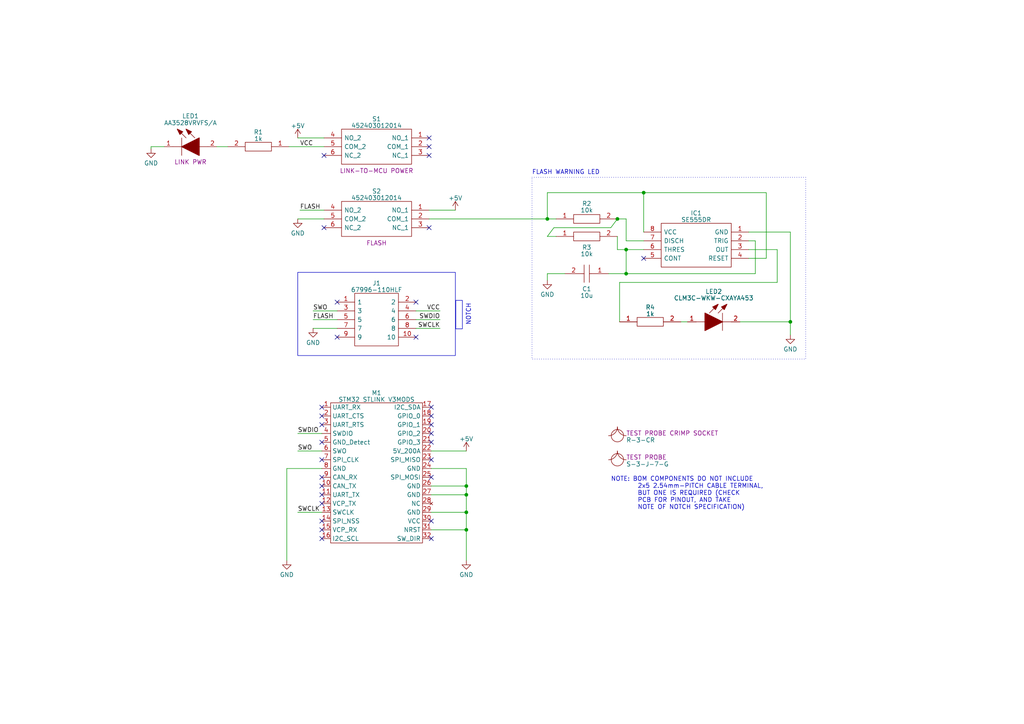
<source format=kicad_sch>
(kicad_sch (version 20230121) (generator eeschema)

  (uuid fd4a9034-ad51-4795-b47c-26ad06998c0c)

  (paper "A4")

  (title_block
    (title "Oro Link Programmer")
    (date "2023-05-13")
    (rev "1")
    (company "Oro Operating System")
    (comment 1 "://oro.sh")
    (comment 2 "Joshua Lee Junon")
  )

  (lib_symbols
    (symbol "Oro:BOM Part" (in_bom yes) (on_board no)
      (property "Reference" "B" (at 0 0 0)
        (effects (font (size 1.27 1.27)))
      )
      (property "Value" "BOM Part" (at 0 -2.54 0)
        (effects (font (size 1.27 1.27)))
      )
      (property "Footprint" "" (at 0 0 0)
        (effects (font (size 1.27 1.27)) hide)
      )
      (property "Datasheet" "" (at 0 0 0)
        (effects (font (size 1.27 1.27)) hide)
      )
      (property "Sim.Enable" "0" (at 0 0 0)
        (effects (font (size 1.27 1.27)) hide)
      )
      (symbol "BOM Part_0_1"
        (arc (start -2.54 0) (mid -2.54 0) (end -2.54 0)
          (stroke (width 0) (type default))
          (fill (type none))
        )
        (arc (start -2.54 0) (mid -0.7439 0.7439) (end 0 2.54)
          (stroke (width 0) (type default))
          (fill (type none))
        )
        (circle (center 0 0) (radius 1.7961)
          (stroke (width 0) (type default))
          (fill (type none))
        )
        (arc (start 0 2.54) (mid 0.7439 0.7439) (end 2.54 0)
          (stroke (width 0) (type default))
          (fill (type none))
        )
      )
    )
    (symbol "OroProgrammer:STM32_STLINK_V3MODS" (in_bom yes) (on_board yes)
      (property "Reference" "M" (at 16.51 3.81 0)
        (effects (font (size 1.27 1.27)) (justify bottom))
      )
      (property "Value" "STM32 STLINK V3MODS" (at 16.51 2.54 0)
        (effects (font (size 1.27 1.27)))
      )
      (property "Footprint" "OroProgrammer:STM32 STLINK V3MODS" (at 3.81 7.62 0)
        (effects (font (size 1.27 1.27)) hide)
      )
      (property "Datasheet" "https://www.st.com/resource/en/user_manual/dm00555046-stlink-v3mods-and-stlink-v3mini-mini-debuggers-programmers-for-stm32-stmicroelectronics.pdf" (at 3.81 7.62 0)
        (effects (font (size 1.27 1.27)) hide)
      )
      (property "Mouser Part Number" "511-STLINK-V3MODS" (at -11.43 5.08 0)
        (effects (font (size 1.27 1.27)) hide)
      )
      (property "Mouser Price/Stock" "https://www.mouser.de/ProductDetail/STMicroelectronics/STLINK-V3MODS?qs=%252B6g0mu59x7IGXEnyh258yQ%3D%3D" (at 3.81 7.62 0)
        (effects (font (size 1.27 1.27)) hide)
      )
      (property "Manufacturer_Name" "STMicroelectronics" (at -11.43 5.08 0)
        (effects (font (size 1.27 1.27)) hide)
      )
      (property "Manufacturer_Part_Number" "STLINK-V3MODS" (at -11.43 5.08 0)
        (effects (font (size 1.27 1.27)) hide)
      )
      (symbol "STM32_STLINK_V3MODS_0_0"
        (pin input line (at 0 0 0) (length 2.54)
          (name "UART_RX" (effects (font (size 1.27 1.27))))
          (number "1" (effects (font (size 1.27 1.27))))
        )
        (pin output line (at 0 -22.86 0) (length 2.54)
          (name "CAN_TX" (effects (font (size 1.27 1.27))))
          (number "10" (effects (font (size 1.27 1.27))))
        )
        (pin output line (at 0 -25.4 0) (length 2.54)
          (name "UART_TX" (effects (font (size 1.27 1.27))))
          (number "11" (effects (font (size 1.27 1.27))))
        )
        (pin input line (at 0 -27.94 0) (length 2.54)
          (name "VCP_TX" (effects (font (size 1.27 1.27))))
          (number "12" (effects (font (size 1.27 1.27))))
        )
        (pin output line (at 0 -30.48 0) (length 2.54)
          (name "SWCLK" (effects (font (size 1.27 1.27))))
          (number "13" (effects (font (size 1.27 1.27))))
        )
        (pin bidirectional line (at 0 -33.02 0) (length 2.54)
          (name "SPI_NSS" (effects (font (size 1.27 1.27))))
          (number "14" (effects (font (size 1.27 1.27))))
        )
        (pin output line (at 0 -35.56 0) (length 2.54)
          (name "VCP_RX" (effects (font (size 1.27 1.27))))
          (number "15" (effects (font (size 1.27 1.27))))
        )
        (pin output line (at 0 -38.1 0) (length 2.54)
          (name "I2C_SCL" (effects (font (size 1.27 1.27))))
          (number "16" (effects (font (size 1.27 1.27))))
        )
        (pin bidirectional line (at 31.75 0 180) (length 2.54)
          (name "I2C_SDA" (effects (font (size 1.27 1.27))))
          (number "17" (effects (font (size 1.27 1.27))))
        )
        (pin bidirectional line (at 31.75 -2.54 180) (length 2.54)
          (name "GPIO_0" (effects (font (size 1.27 1.27))))
          (number "18" (effects (font (size 1.27 1.27))))
        )
        (pin bidirectional line (at 31.75 -5.08 180) (length 2.54)
          (name "GPIO_1" (effects (font (size 1.27 1.27))))
          (number "19" (effects (font (size 1.27 1.27))))
        )
        (pin input line (at 0 -2.54 0) (length 2.54)
          (name "UART_CTS" (effects (font (size 1.27 1.27))))
          (number "2" (effects (font (size 1.27 1.27))))
        )
        (pin bidirectional line (at 31.75 -7.62 180) (length 2.54)
          (name "GPIO_2" (effects (font (size 1.27 1.27))))
          (number "20" (effects (font (size 1.27 1.27))))
        )
        (pin bidirectional line (at 31.75 -10.16 180) (length 2.54)
          (name "GPIO_3" (effects (font (size 1.27 1.27))))
          (number "21" (effects (font (size 1.27 1.27))))
        )
        (pin power_out line (at 31.75 -12.7 180) (length 2.54)
          (name "5V_200A" (effects (font (size 1.27 1.27))))
          (number "22" (effects (font (size 1.27 1.27))))
        )
        (pin bidirectional line (at 31.75 -15.24 180) (length 2.54)
          (name "SPI_MISO" (effects (font (size 1.27 1.27))))
          (number "23" (effects (font (size 1.27 1.27))))
        )
        (pin passive line (at 31.75 -17.78 180) (length 2.54)
          (name "GND" (effects (font (size 1.27 1.27))))
          (number "24" (effects (font (size 1.27 1.27))))
        )
        (pin bidirectional line (at 31.75 -20.32 180) (length 2.54)
          (name "SPI_MOSI" (effects (font (size 1.27 1.27))))
          (number "25" (effects (font (size 1.27 1.27))))
        )
        (pin passive line (at 31.75 -22.86 180) (length 2.54)
          (name "GND" (effects (font (size 1.27 1.27))))
          (number "26" (effects (font (size 1.27 1.27))))
        )
        (pin passive line (at 31.75 -25.4 180) (length 2.54)
          (name "GND" (effects (font (size 1.27 1.27))))
          (number "27" (effects (font (size 1.27 1.27))))
        )
        (pin no_connect line (at 31.75 -27.94 180) (length 2.54)
          (name "NC" (effects (font (size 1.27 1.27))))
          (number "28" (effects (font (size 1.27 1.27))))
        )
        (pin passive line (at 31.75 -30.48 180) (length 2.54)
          (name "GND" (effects (font (size 1.27 1.27))))
          (number "29" (effects (font (size 1.27 1.27))))
        )
        (pin output line (at 0 -5.08 0) (length 2.54)
          (name "UART_RTS" (effects (font (size 1.27 1.27))))
          (number "3" (effects (font (size 1.27 1.27))))
        )
        (pin power_in line (at 31.75 -33.02 180) (length 2.54)
          (name "VCC" (effects (font (size 1.27 1.27))))
          (number "30" (effects (font (size 1.27 1.27))))
        )
        (pin output line (at 31.75 -35.56 180) (length 2.54)
          (name "NRST" (effects (font (size 1.27 1.27))))
          (number "31" (effects (font (size 1.27 1.27))))
        )
        (pin output line (at 31.75 -38.1 180) (length 2.54)
          (name "SW_DIR" (effects (font (size 1.27 1.27))))
          (number "32" (effects (font (size 1.27 1.27))))
        )
        (pin bidirectional line (at 0 -7.62 0) (length 2.54)
          (name "SWDIO" (effects (font (size 1.27 1.27))))
          (number "4" (effects (font (size 1.27 1.27))))
        )
        (pin output line (at 0 -10.16 0) (length 2.54)
          (name "GND_Detect" (effects (font (size 1.27 1.27))))
          (number "5" (effects (font (size 1.27 1.27))))
        )
        (pin input line (at 0 -12.7 0) (length 2.54)
          (name "SWO" (effects (font (size 1.27 1.27))))
          (number "6" (effects (font (size 1.27 1.27))))
        )
        (pin bidirectional line (at 0 -15.24 0) (length 2.54)
          (name "SPI_CLK" (effects (font (size 1.27 1.27))))
          (number "7" (effects (font (size 1.27 1.27))))
        )
        (pin passive line (at 0 -17.78 0) (length 2.54)
          (name "GND" (effects (font (size 1.27 1.27))))
          (number "8" (effects (font (size 1.27 1.27))))
        )
        (pin input line (at 0 -20.32 0) (length 2.54)
          (name "CAN_RX" (effects (font (size 1.27 1.27))))
          (number "9" (effects (font (size 1.27 1.27))))
        )
      )
      (symbol "STM32_STLINK_V3MODS_0_1"
        (rectangle (start 2.54 1.27) (end 29.21 -39.37)
          (stroke (width 0) (type default))
          (fill (type none))
        )
      )
    )
    (symbol "SamacSys_Parts:452403012014" (pin_names (offset 0.762)) (in_bom yes) (on_board yes)
      (property "Reference" "S" (at 26.67 7.62 0)
        (effects (font (size 1.27 1.27)) (justify left))
      )
      (property "Value" "452403012014" (at 26.67 5.08 0)
        (effects (font (size 1.27 1.27)) (justify left))
      )
      (property "Footprint" "452403012014" (at 26.67 2.54 0)
        (effects (font (size 1.27 1.27)) (justify left) hide)
      )
      (property "Datasheet" "https://katalog.we-online.de/em/datasheet/452403012014.pdf" (at 26.67 0 0)
        (effects (font (size 1.27 1.27)) (justify left) hide)
      )
      (property "Description" "Slide Switches WS-SLSV Slide Switch SMD 7.65mm x 5.5mm" (at 26.67 -2.54 0)
        (effects (font (size 1.27 1.27)) (justify left) hide)
      )
      (property "Height" "3.3" (at 26.67 -5.08 0)
        (effects (font (size 1.27 1.27)) (justify left) hide)
      )
      (property "Manufacturer_Name" "Wurth Elektronik" (at 26.67 -7.62 0)
        (effects (font (size 1.27 1.27)) (justify left) hide)
      )
      (property "Manufacturer_Part_Number" "452403012014" (at 26.67 -10.16 0)
        (effects (font (size 1.27 1.27)) (justify left) hide)
      )
      (property "Mouser Part Number" "710-452403012014" (at 26.67 -12.7 0)
        (effects (font (size 1.27 1.27)) (justify left) hide)
      )
      (property "Mouser Price/Stock" "https://www.mouser.co.uk/ProductDetail/Wurth-Elektronik/452403012014?qs=DvsTirrhYfOi0QxHyAEO3w%3D%3D" (at 26.67 -15.24 0)
        (effects (font (size 1.27 1.27)) (justify left) hide)
      )
      (property "Arrow Part Number" "" (at 26.67 -17.78 0)
        (effects (font (size 1.27 1.27)) (justify left) hide)
      )
      (property "Arrow Price/Stock" "" (at 26.67 -20.32 0)
        (effects (font (size 1.27 1.27)) (justify left) hide)
      )
      (property "ki_description" "Slide Switches WS-SLSV Slide Switch SMD 7.65mm x 5.5mm" (at 0 0 0)
        (effects (font (size 1.27 1.27)) hide)
      )
      (symbol "452403012014_0_0"
        (pin passive line (at 30.48 0 180) (length 5.08)
          (name "NO_1" (effects (font (size 1.27 1.27))))
          (number "1" (effects (font (size 1.27 1.27))))
        )
        (pin passive line (at 30.48 -2.54 180) (length 5.08)
          (name "COM_1" (effects (font (size 1.27 1.27))))
          (number "2" (effects (font (size 1.27 1.27))))
        )
        (pin passive line (at 30.48 -5.08 180) (length 5.08)
          (name "NC_1" (effects (font (size 1.27 1.27))))
          (number "3" (effects (font (size 1.27 1.27))))
        )
        (pin passive line (at 0 0 0) (length 5.08)
          (name "NO_2" (effects (font (size 1.27 1.27))))
          (number "4" (effects (font (size 1.27 1.27))))
        )
        (pin passive line (at 0 -2.54 0) (length 5.08)
          (name "COM_2" (effects (font (size 1.27 1.27))))
          (number "5" (effects (font (size 1.27 1.27))))
        )
        (pin passive line (at 0 -5.08 0) (length 5.08)
          (name "NC_2" (effects (font (size 1.27 1.27))))
          (number "6" (effects (font (size 1.27 1.27))))
        )
      )
      (symbol "452403012014_0_1"
        (polyline
          (pts
            (xy 5.08 2.54)
            (xy 25.4 2.54)
            (xy 25.4 -7.62)
            (xy 5.08 -7.62)
            (xy 5.08 2.54)
          )
          (stroke (width 0.1524) (type solid))
          (fill (type none))
        )
      )
    )
    (symbol "SamacSys_Parts:67996-110HLF" (pin_names (offset 0.762)) (in_bom yes) (on_board yes)
      (property "Reference" "J" (at 19.05 7.62 0)
        (effects (font (size 1.27 1.27)) (justify left))
      )
      (property "Value" "67996-110HLF" (at 19.05 5.08 0)
        (effects (font (size 1.27 1.27)) (justify left))
      )
      (property "Footprint" "HDRV10W67P254_2X5_1270X483X858P" (at 19.05 2.54 0)
        (effects (font (size 1.27 1.27)) (justify left) hide)
      )
      (property "Datasheet" "https://cdn.amphenol-cs.com/media/wysiwyg/files/drawing/67996.pdf" (at 19.05 0 0)
        (effects (font (size 1.27 1.27)) (justify left) hide)
      )
      (property "Description" "BergStik, Board to Board connector, Unshrouded vertical header, Through Hole, Double Row, 10 Positions, 2.54 mm (0.100in) Pitch" (at 19.05 -2.54 0)
        (effects (font (size 1.27 1.27)) (justify left) hide)
      )
      (property "Height" "8.58" (at 19.05 -5.08 0)
        (effects (font (size 1.27 1.27)) (justify left) hide)
      )
      (property "Manufacturer_Name" "Amphenol Communications Solutions" (at 19.05 -7.62 0)
        (effects (font (size 1.27 1.27)) (justify left) hide)
      )
      (property "Manufacturer_Part_Number" "67996-110HLF" (at 19.05 -10.16 0)
        (effects (font (size 1.27 1.27)) (justify left) hide)
      )
      (property "Mouser Part Number" "649-67996-110HLF" (at 19.05 -12.7 0)
        (effects (font (size 1.27 1.27)) (justify left) hide)
      )
      (property "Mouser Price/Stock" "https://www.mouser.co.uk/ProductDetail/Amphenol-FCI/67996-110HLF?qs=zh4O8xspOuxgf2RA9jR3ZQ%3D%3D" (at 19.05 -15.24 0)
        (effects (font (size 1.27 1.27)) (justify left) hide)
      )
      (property "Arrow Part Number" "67996-110HLF" (at 19.05 -17.78 0)
        (effects (font (size 1.27 1.27)) (justify left) hide)
      )
      (property "Arrow Price/Stock" "https://www.arrow.com/en/products/67996-110hlf/amphenol-fci?region=nac" (at 19.05 -20.32 0)
        (effects (font (size 1.27 1.27)) (justify left) hide)
      )
      (property "ki_description" "BergStik, Board to Board connector, Unshrouded vertical header, Through Hole, Double Row, 10 Positions, 2.54 mm (0.100in) Pitch" (at 0 0 0)
        (effects (font (size 1.27 1.27)) hide)
      )
      (symbol "67996-110HLF_0_0"
        (pin passive line (at 0 0 0) (length 5.08)
          (name "1" (effects (font (size 1.27 1.27))))
          (number "1" (effects (font (size 1.27 1.27))))
        )
        (pin passive line (at 22.86 -10.16 180) (length 5.08)
          (name "10" (effects (font (size 1.27 1.27))))
          (number "10" (effects (font (size 1.27 1.27))))
        )
        (pin passive line (at 22.86 0 180) (length 5.08)
          (name "2" (effects (font (size 1.27 1.27))))
          (number "2" (effects (font (size 1.27 1.27))))
        )
        (pin passive line (at 0 -2.54 0) (length 5.08)
          (name "3" (effects (font (size 1.27 1.27))))
          (number "3" (effects (font (size 1.27 1.27))))
        )
        (pin passive line (at 22.86 -2.54 180) (length 5.08)
          (name "4" (effects (font (size 1.27 1.27))))
          (number "4" (effects (font (size 1.27 1.27))))
        )
        (pin passive line (at 0 -5.08 0) (length 5.08)
          (name "5" (effects (font (size 1.27 1.27))))
          (number "5" (effects (font (size 1.27 1.27))))
        )
        (pin passive line (at 22.86 -5.08 180) (length 5.08)
          (name "6" (effects (font (size 1.27 1.27))))
          (number "6" (effects (font (size 1.27 1.27))))
        )
        (pin passive line (at 0 -7.62 0) (length 5.08)
          (name "7" (effects (font (size 1.27 1.27))))
          (number "7" (effects (font (size 1.27 1.27))))
        )
        (pin passive line (at 22.86 -7.62 180) (length 5.08)
          (name "8" (effects (font (size 1.27 1.27))))
          (number "8" (effects (font (size 1.27 1.27))))
        )
        (pin passive line (at 0 -10.16 0) (length 5.08)
          (name "9" (effects (font (size 1.27 1.27))))
          (number "9" (effects (font (size 1.27 1.27))))
        )
      )
      (symbol "67996-110HLF_0_1"
        (polyline
          (pts
            (xy 5.08 2.54)
            (xy 17.78 2.54)
            (xy 17.78 -12.7)
            (xy 5.08 -12.7)
            (xy 5.08 2.54)
          )
          (stroke (width 0.1524) (type solid))
          (fill (type none))
        )
      )
    )
    (symbol "SamacSys_Parts:AA3528VRVFS_A" (pin_names (offset 0.762)) (in_bom yes) (on_board yes)
      (property "Reference" "LED" (at 12.7 8.89 0)
        (effects (font (size 1.27 1.27)) (justify left bottom))
      )
      (property "Value" "AA3528VRVFS_A" (at 12.7 6.35 0)
        (effects (font (size 1.27 1.27)) (justify left bottom))
      )
      (property "Footprint" "AA3528VRVFSA" (at 12.7 3.81 0)
        (effects (font (size 1.27 1.27)) (justify left bottom) hide)
      )
      (property "Datasheet" "https://mouser.componentsearchengine.com/Datasheets/1/AA3528VRVFS_A.pdf" (at 12.7 1.27 0)
        (effects (font (size 1.27 1.27)) (justify left bottom) hide)
      )
      (property "Description" "LED Uni-Color Violet 2-Pin SMD T/R" (at 12.7 -1.27 0)
        (effects (font (size 1.27 1.27)) (justify left bottom) hide)
      )
      (property "Height" "2.1" (at 12.7 -3.81 0)
        (effects (font (size 1.27 1.27)) (justify left bottom) hide)
      )
      (property "Manufacturer_Name" "Kingbright" (at 12.7 -6.35 0)
        (effects (font (size 1.27 1.27)) (justify left bottom) hide)
      )
      (property "Manufacturer_Part_Number" "AA3528VRVFS/A" (at 12.7 -8.89 0)
        (effects (font (size 1.27 1.27)) (justify left bottom) hide)
      )
      (property "Mouser Part Number" "604-AA3528VRVFS/A" (at 12.7 -11.43 0)
        (effects (font (size 1.27 1.27)) (justify left bottom) hide)
      )
      (property "Mouser Price/Stock" "https://www.mouser.co.uk/ProductDetail/Kingbright/AA3528VRVFS-A?qs=rY7msk5yxfb63mh907EyRA%3D%3D" (at 12.7 -13.97 0)
        (effects (font (size 1.27 1.27)) (justify left bottom) hide)
      )
      (property "Arrow Part Number" "AA3528VRVFS/A" (at 12.7 -16.51 0)
        (effects (font (size 1.27 1.27)) (justify left bottom) hide)
      )
      (property "Arrow Price/Stock" "https://www.arrow.com/en/products/aa3528vrvfsa/kingbright?region=nac" (at 12.7 -19.05 0)
        (effects (font (size 1.27 1.27)) (justify left bottom) hide)
      )
      (property "Mouser Testing Part Number" "" (at 12.7 -21.59 0)
        (effects (font (size 1.27 1.27)) (justify left bottom) hide)
      )
      (property "Mouser Testing Price/Stock" "" (at 12.7 -24.13 0)
        (effects (font (size 1.27 1.27)) (justify left bottom) hide)
      )
      (property "ki_description" "LED Uni-Color Violet 2-Pin SMD T/R" (at 0 0 0)
        (effects (font (size 1.27 1.27)) hide)
      )
      (symbol "AA3528VRVFS_A_0_0"
        (pin passive line (at 0 0 0) (length 2.54)
          (name "~" (effects (font (size 1.27 1.27))))
          (number "1" (effects (font (size 1.27 1.27))))
        )
        (pin passive line (at 15.24 0 180) (length 2.54)
          (name "~" (effects (font (size 1.27 1.27))))
          (number "2" (effects (font (size 1.27 1.27))))
        )
      )
      (symbol "AA3528VRVFS_A_0_1"
        (polyline
          (pts
            (xy 2.54 0)
            (xy 5.08 0)
          )
          (stroke (width 0.1524) (type default))
          (fill (type none))
        )
        (polyline
          (pts
            (xy 5.08 2.54)
            (xy 5.08 -2.54)
          )
          (stroke (width 0.1524) (type default))
          (fill (type none))
        )
        (polyline
          (pts
            (xy 6.35 2.54)
            (xy 3.81 5.08)
          )
          (stroke (width 0.1524) (type default))
          (fill (type none))
        )
        (polyline
          (pts
            (xy 8.89 2.54)
            (xy 6.35 5.08)
          )
          (stroke (width 0.1524) (type default))
          (fill (type none))
        )
        (polyline
          (pts
            (xy 10.16 0)
            (xy 12.7 0)
          )
          (stroke (width 0.1524) (type default))
          (fill (type none))
        )
        (polyline
          (pts
            (xy 5.08 0)
            (xy 10.16 2.54)
            (xy 10.16 -2.54)
            (xy 5.08 0)
          )
          (stroke (width 0.254) (type default))
          (fill (type outline))
        )
        (polyline
          (pts
            (xy 5.334 4.318)
            (xy 4.572 3.556)
            (xy 3.81 5.08)
            (xy 5.334 4.318)
          )
          (stroke (width 0.254) (type default))
          (fill (type outline))
        )
        (polyline
          (pts
            (xy 7.874 4.318)
            (xy 7.112 3.556)
            (xy 6.35 5.08)
            (xy 7.874 4.318)
          )
          (stroke (width 0.254) (type default))
          (fill (type outline))
        )
      )
    )
    (symbol "SamacSys_Parts:CLM3C-WKW-CXAYA453" (pin_names (offset 0.762)) (in_bom yes) (on_board yes)
      (property "Reference" "LED" (at 12.7 8.89 0)
        (effects (font (size 1.27 1.27)) (justify left bottom))
      )
      (property "Value" "CLM3C-WKW-CXAYA453" (at 12.7 6.35 0)
        (effects (font (size 1.27 1.27)) (justify left bottom))
      )
      (property "Footprint" "CLM3CWKWCXAYA453" (at 12.7 3.81 0)
        (effects (font (size 1.27 1.27)) (justify left bottom) hide)
      )
      (property "Datasheet" "https://componentsearchengine.com/Datasheets/2/CLM3C-WKW-CWBYA453.pdf" (at 12.7 1.27 0)
        (effects (font (size 1.27 1.27)) (justify left bottom) hide)
      )
      (property "Description" "Cree CLM3C-WKW-CXAYA453, CLM3 Series White LED, 5500K, PLCC 2, Rectangle Lens SMD Package" (at 12.7 -1.27 0)
        (effects (font (size 1.27 1.27)) (justify left bottom) hide)
      )
      (property "Height" "1.4" (at 12.7 -3.81 0)
        (effects (font (size 1.27 1.27)) (justify left bottom) hide)
      )
      (property "Manufacturer_Name" "Wolfspeed" (at 12.7 -6.35 0)
        (effects (font (size 1.27 1.27)) (justify left bottom) hide)
      )
      (property "Manufacturer_Part_Number" "CLM3C-WKW-CXAYA453" (at 12.7 -8.89 0)
        (effects (font (size 1.27 1.27)) (justify left bottom) hide)
      )
      (property "Mouser Part Number" "941-CLM3CWKWCXAYA453" (at 12.7 -11.43 0)
        (effects (font (size 1.27 1.27)) (justify left bottom) hide)
      )
      (property "Mouser Price/Stock" "https://www.mouser.co.uk/ProductDetail/Cree-Inc/CLM3C-WKW-CXaYa453?qs=3AcK5DacLbr3ewaPKwAgNg%3D%3D" (at 12.7 -13.97 0)
        (effects (font (size 1.27 1.27)) (justify left bottom) hide)
      )
      (property "Arrow Part Number" "CLM3C-WKW-CXAYA453" (at 12.7 -16.51 0)
        (effects (font (size 1.27 1.27)) (justify left bottom) hide)
      )
      (property "Arrow Price/Stock" "https://www.arrow.com/en/products/clm3c-wkw-cxaya453/cree" (at 12.7 -19.05 0)
        (effects (font (size 1.27 1.27)) (justify left bottom) hide)
      )
      (property "Mouser Testing Part Number" "" (at 12.7 -21.59 0)
        (effects (font (size 1.27 1.27)) (justify left bottom) hide)
      )
      (property "Mouser Testing Price/Stock" "" (at 12.7 -24.13 0)
        (effects (font (size 1.27 1.27)) (justify left bottom) hide)
      )
      (property "ki_description" "Cree CLM3C-WKW-CXAYA453, CLM3 Series White LED, 5500K, PLCC 2, Rectangle Lens SMD Package" (at 0 0 0)
        (effects (font (size 1.27 1.27)) hide)
      )
      (symbol "CLM3C-WKW-CXAYA453_0_0"
        (pin passive line (at 15.24 0 180) (length 2.54)
          (name "~" (effects (font (size 1.27 1.27))))
          (number "1" (effects (font (size 1.27 1.27))))
        )
        (pin passive line (at 0 0 0) (length 2.54)
          (name "~" (effects (font (size 1.27 1.27))))
          (number "2" (effects (font (size 1.27 1.27))))
        )
      )
      (symbol "CLM3C-WKW-CXAYA453_0_1"
        (polyline
          (pts
            (xy 2.54 0)
            (xy 5.08 0)
          )
          (stroke (width 0.1524) (type default))
          (fill (type none))
        )
        (polyline
          (pts
            (xy 5.08 2.54)
            (xy 5.08 -2.54)
          )
          (stroke (width 0.1524) (type default))
          (fill (type none))
        )
        (polyline
          (pts
            (xy 6.35 2.54)
            (xy 3.81 5.08)
          )
          (stroke (width 0.1524) (type default))
          (fill (type none))
        )
        (polyline
          (pts
            (xy 8.89 2.54)
            (xy 6.35 5.08)
          )
          (stroke (width 0.1524) (type default))
          (fill (type none))
        )
        (polyline
          (pts
            (xy 10.16 0)
            (xy 12.7 0)
          )
          (stroke (width 0.1524) (type default))
          (fill (type none))
        )
        (polyline
          (pts
            (xy 5.08 0)
            (xy 10.16 2.54)
            (xy 10.16 -2.54)
            (xy 5.08 0)
          )
          (stroke (width 0.254) (type default))
          (fill (type outline))
        )
        (polyline
          (pts
            (xy 5.334 4.318)
            (xy 4.572 3.556)
            (xy 3.81 5.08)
            (xy 5.334 4.318)
          )
          (stroke (width 0.254) (type default))
          (fill (type outline))
        )
        (polyline
          (pts
            (xy 7.874 4.318)
            (xy 7.112 3.556)
            (xy 6.35 5.08)
            (xy 7.874 4.318)
          )
          (stroke (width 0.254) (type default))
          (fill (type outline))
        )
      )
    )
    (symbol "SamacSys_Parts:LMK212ABJ106KG8T" (pin_names (offset 0.762)) (in_bom yes) (on_board yes)
      (property "Reference" "C" (at 8.89 6.35 0)
        (effects (font (size 1.27 1.27)) (justify left))
      )
      (property "Value" "LMK212ABJ106KG8T" (at 8.89 3.81 0)
        (effects (font (size 1.27 1.27)) (justify left))
      )
      (property "Footprint" "CAPC2012X135N" (at 8.89 1.27 0)
        (effects (font (size 1.27 1.27)) (justify left) hide)
      )
      (property "Datasheet" "https://www.mouser.mx/datasheet/2/396/mlcc06_hq_AUTO_e-1901145.pdf" (at 8.89 -1.27 0)
        (effects (font (size 1.27 1.27)) (justify left) hide)
      )
      (property "Description" "Multilayer Ceramic Capacitors MLCC - SMD/SMT 0805 10VDC 10uF 10% X5R" (at 8.89 -3.81 0)
        (effects (font (size 1.27 1.27)) (justify left) hide)
      )
      (property "Height" "1.35" (at 8.89 -6.35 0)
        (effects (font (size 1.27 1.27)) (justify left) hide)
      )
      (property "Manufacturer_Name" "TAIYO YUDEN" (at 8.89 -8.89 0)
        (effects (font (size 1.27 1.27)) (justify left) hide)
      )
      (property "Manufacturer_Part_Number" "LMK212ABJ106KG8T" (at 8.89 -11.43 0)
        (effects (font (size 1.27 1.27)) (justify left) hide)
      )
      (property "Mouser Part Number" "963-LMK212ABJ106KG8T" (at 8.89 -13.97 0)
        (effects (font (size 1.27 1.27)) (justify left) hide)
      )
      (property "Mouser Price/Stock" "https://www.mouser.co.uk/ProductDetail/Taiyo-Yuden/LMK212ABJ106KG8T?qs=DPoM0jnrROXr%252BNWMCZEUdQ%3D%3D" (at 8.89 -16.51 0)
        (effects (font (size 1.27 1.27)) (justify left) hide)
      )
      (property "Arrow Part Number" "" (at 8.89 -19.05 0)
        (effects (font (size 1.27 1.27)) (justify left) hide)
      )
      (property "Arrow Price/Stock" "" (at 8.89 -21.59 0)
        (effects (font (size 1.27 1.27)) (justify left) hide)
      )
      (property "Mouser Testing Part Number" "" (at 8.89 -24.13 0)
        (effects (font (size 1.27 1.27)) (justify left) hide)
      )
      (property "Mouser Testing Price/Stock" "" (at 8.89 -26.67 0)
        (effects (font (size 1.27 1.27)) (justify left) hide)
      )
      (property "ki_description" "Multilayer Ceramic Capacitors MLCC - SMD/SMT 0805 10VDC 10uF 10% X5R" (at 0 0 0)
        (effects (font (size 1.27 1.27)) hide)
      )
      (symbol "LMK212ABJ106KG8T_0_0"
        (pin passive line (at 0 0 0) (length 5.08)
          (name "~" (effects (font (size 1.27 1.27))))
          (number "1" (effects (font (size 1.27 1.27))))
        )
        (pin passive line (at 12.7 0 180) (length 5.08)
          (name "~" (effects (font (size 1.27 1.27))))
          (number "2" (effects (font (size 1.27 1.27))))
        )
      )
      (symbol "LMK212ABJ106KG8T_0_1"
        (polyline
          (pts
            (xy 5.08 0)
            (xy 5.588 0)
          )
          (stroke (width 0.1524) (type default))
          (fill (type none))
        )
        (polyline
          (pts
            (xy 5.588 2.54)
            (xy 5.588 -2.54)
          )
          (stroke (width 0.1524) (type default))
          (fill (type none))
        )
        (polyline
          (pts
            (xy 7.112 0)
            (xy 7.62 0)
          )
          (stroke (width 0.1524) (type default))
          (fill (type none))
        )
        (polyline
          (pts
            (xy 7.112 2.54)
            (xy 7.112 -2.54)
          )
          (stroke (width 0.1524) (type default))
          (fill (type none))
        )
      )
    )
    (symbol "SamacSys_Parts:RC2010JK-0710KL" (pin_names (offset 0.762)) (in_bom yes) (on_board yes)
      (property "Reference" "R" (at 13.97 6.35 0)
        (effects (font (size 1.27 1.27)) (justify left))
      )
      (property "Value" "RC2010JK-0710KL" (at 13.97 3.81 0)
        (effects (font (size 1.27 1.27)) (justify left))
      )
      (property "Footprint" "RESC5025X65N" (at 13.97 1.27 0)
        (effects (font (size 1.27 1.27)) (justify left) hide)
      )
      (property "Datasheet" "https://www.arrow.com/en/products/rc2010jk-0710kl/yageo" (at 13.97 -1.27 0)
        (effects (font (size 1.27 1.27)) (justify left) hide)
      )
      (property "Description" "Res Thick Film 2010 10K Ohm 5% 0.75W(3/4W) +/-100ppm/C Pad SMD T/R" (at 13.97 -3.81 0)
        (effects (font (size 1.27 1.27)) (justify left) hide)
      )
      (property "Height" "0.65" (at 13.97 -6.35 0)
        (effects (font (size 1.27 1.27)) (justify left) hide)
      )
      (property "Manufacturer_Name" "KEMET" (at 13.97 -8.89 0)
        (effects (font (size 1.27 1.27)) (justify left) hide)
      )
      (property "Manufacturer_Part_Number" "RC2010JK-0710KL" (at 13.97 -11.43 0)
        (effects (font (size 1.27 1.27)) (justify left) hide)
      )
      (property "Mouser Part Number" "603-RC2010JK-0710KL" (at 13.97 -13.97 0)
        (effects (font (size 1.27 1.27)) (justify left) hide)
      )
      (property "Mouser Price/Stock" "https://www.mouser.co.uk/ProductDetail/YAGEO/RC2010JK-0710KL?qs=sNpmnPgvziOLj5uuquGIow%3D%3D" (at 13.97 -16.51 0)
        (effects (font (size 1.27 1.27)) (justify left) hide)
      )
      (property "Arrow Part Number" "RC2010JK-0710KL" (at 13.97 -19.05 0)
        (effects (font (size 1.27 1.27)) (justify left) hide)
      )
      (property "Arrow Price/Stock" "https://www.arrow.com/en/products/rc2010jk-0710kl/yageo" (at 13.97 -21.59 0)
        (effects (font (size 1.27 1.27)) (justify left) hide)
      )
      (property "Mouser Testing Part Number" "" (at 13.97 -24.13 0)
        (effects (font (size 1.27 1.27)) (justify left) hide)
      )
      (property "Mouser Testing Price/Stock" "" (at 13.97 -26.67 0)
        (effects (font (size 1.27 1.27)) (justify left) hide)
      )
      (property "ki_description" "Res Thick Film 2010 10K Ohm 5% 0.75W(3/4W) +/-100ppm/C Pad SMD T/R" (at 0 0 0)
        (effects (font (size 1.27 1.27)) hide)
      )
      (symbol "RC2010JK-0710KL_0_0"
        (pin passive line (at 0 0 0) (length 5.08)
          (name "~" (effects (font (size 1.27 1.27))))
          (number "1" (effects (font (size 1.27 1.27))))
        )
        (pin passive line (at 17.78 0 180) (length 5.08)
          (name "~" (effects (font (size 1.27 1.27))))
          (number "2" (effects (font (size 1.27 1.27))))
        )
      )
      (symbol "RC2010JK-0710KL_0_1"
        (polyline
          (pts
            (xy 5.08 1.27)
            (xy 12.7 1.27)
            (xy 12.7 -1.27)
            (xy 5.08 -1.27)
            (xy 5.08 1.27)
          )
          (stroke (width 0.1524) (type solid))
          (fill (type none))
        )
      )
    )
    (symbol "SamacSys_Parts:SE555DR" (pin_names (offset 0.762)) (in_bom yes) (on_board yes)
      (property "Reference" "IC" (at 26.67 7.62 0)
        (effects (font (size 1.27 1.27)) (justify left))
      )
      (property "Value" "SE555DR" (at 26.67 5.08 0)
        (effects (font (size 1.27 1.27)) (justify left))
      )
      (property "Footprint" "SOIC127P600X175-8N" (at 26.67 2.54 0)
        (effects (font (size 1.27 1.27)) (justify left) hide)
      )
      (property "Datasheet" "https://componentsearchengine.com/Datasheets/2/SE555DR.pdf" (at 26.67 0 0)
        (effects (font (size 1.27 1.27)) (justify left) hide)
      )
      (property "Description" "TEXAS INSTRUMENTS - SE555DR - TIMER, 100KHZ, 18V, SOIC-8" (at 26.67 -2.54 0)
        (effects (font (size 1.27 1.27)) (justify left) hide)
      )
      (property "Height" "1.75" (at 26.67 -5.08 0)
        (effects (font (size 1.27 1.27)) (justify left) hide)
      )
      (property "Manufacturer_Name" "Texas Instruments" (at 26.67 -7.62 0)
        (effects (font (size 1.27 1.27)) (justify left) hide)
      )
      (property "Manufacturer_Part_Number" "SE555DR" (at 26.67 -10.16 0)
        (effects (font (size 1.27 1.27)) (justify left) hide)
      )
      (property "Mouser Part Number" "595-SE555DR" (at 26.67 -12.7 0)
        (effects (font (size 1.27 1.27)) (justify left) hide)
      )
      (property "Mouser Price/Stock" "https://www.mouser.co.uk/ProductDetail/Texas-Instruments/SE555DR?qs=4wia70nS40gQo9RPIahgEw%3D%3D" (at 26.67 -15.24 0)
        (effects (font (size 1.27 1.27)) (justify left) hide)
      )
      (property "Arrow Part Number" "SE555DR" (at 26.67 -17.78 0)
        (effects (font (size 1.27 1.27)) (justify left) hide)
      )
      (property "Arrow Price/Stock" "https://www.arrow.com/en/products/se555dr/texas-instruments?region=nac" (at 26.67 -20.32 0)
        (effects (font (size 1.27 1.27)) (justify left) hide)
      )
      (property "ki_description" "TEXAS INSTRUMENTS - SE555DR - TIMER, 100KHZ, 18V, SOIC-8" (at 0 0 0)
        (effects (font (size 1.27 1.27)) hide)
      )
      (symbol "SE555DR_0_0"
        (pin power_in line (at 0 0 0) (length 5.08)
          (name "GND" (effects (font (size 1.27 1.27))))
          (number "1" (effects (font (size 1.27 1.27))))
        )
        (pin input line (at 0 -2.54 0) (length 5.08)
          (name "TRIG" (effects (font (size 1.27 1.27))))
          (number "2" (effects (font (size 1.27 1.27))))
        )
        (pin output line (at 0 -5.08 0) (length 5.08)
          (name "OUT" (effects (font (size 1.27 1.27))))
          (number "3" (effects (font (size 1.27 1.27))))
        )
        (pin input line (at 0 -7.62 0) (length 5.08)
          (name "RESET" (effects (font (size 1.27 1.27))))
          (number "4" (effects (font (size 1.27 1.27))))
        )
        (pin input line (at 30.48 -7.62 180) (length 5.08)
          (name "CONT" (effects (font (size 1.27 1.27))))
          (number "5" (effects (font (size 1.27 1.27))))
        )
        (pin input line (at 30.48 -5.08 180) (length 5.08)
          (name "THRES" (effects (font (size 1.27 1.27))))
          (number "6" (effects (font (size 1.27 1.27))))
        )
        (pin output line (at 30.48 -2.54 180) (length 5.08)
          (name "DISCH" (effects (font (size 1.27 1.27))))
          (number "7" (effects (font (size 1.27 1.27))))
        )
        (pin power_in line (at 30.48 0 180) (length 5.08)
          (name "VCC" (effects (font (size 1.27 1.27))))
          (number "8" (effects (font (size 1.27 1.27))))
        )
      )
      (symbol "SE555DR_0_1"
        (polyline
          (pts
            (xy 5.08 2.54)
            (xy 25.4 2.54)
            (xy 25.4 -10.16)
            (xy 5.08 -10.16)
            (xy 5.08 2.54)
          )
          (stroke (width 0.1524) (type solid))
          (fill (type none))
        )
      )
    )
    (symbol "SamacSys_Parts:SG73P2ATTD102J" (pin_names (offset 0.762)) (in_bom yes) (on_board yes)
      (property "Reference" "R" (at 13.97 6.35 0)
        (effects (font (size 1.27 1.27)) (justify left))
      )
      (property "Value" "SG73P2ATTD102J" (at 13.97 3.81 0)
        (effects (font (size 1.27 1.27)) (justify left))
      )
      (property "Footprint" "RESC2012X60N" (at 13.97 1.27 0)
        (effects (font (size 1.27 1.27)) (justify left) hide)
      )
      (property "Datasheet" "https://componentsearchengine.com/Datasheets/1/SG73P2ATTD102J.pdf" (at 13.97 -1.27 0)
        (effects (font (size 1.27 1.27)) (justify left) hide)
      )
      (property "Description" "Thick Film Resistors - SMD 0.25W 1Kohm 5% 200ppm Anti-Pulse" (at 13.97 -3.81 0)
        (effects (font (size 1.27 1.27)) (justify left) hide)
      )
      (property "Height" "0.6" (at 13.97 -6.35 0)
        (effects (font (size 1.27 1.27)) (justify left) hide)
      )
      (property "Manufacturer_Name" "KOA Speer" (at 13.97 -8.89 0)
        (effects (font (size 1.27 1.27)) (justify left) hide)
      )
      (property "Manufacturer_Part_Number" "SG73P2ATTD102J" (at 13.97 -11.43 0)
        (effects (font (size 1.27 1.27)) (justify left) hide)
      )
      (property "Mouser Part Number" "660-SG73P2ATTD102J" (at 13.97 -13.97 0)
        (effects (font (size 1.27 1.27)) (justify left) hide)
      )
      (property "Mouser Price/Stock" "https://www.mouser.com/Search/Refine.aspx?Keyword=660-SG73P2ATTD102J" (at 13.97 -16.51 0)
        (effects (font (size 1.27 1.27)) (justify left) hide)
      )
      (property "Arrow Part Number" "" (at 13.97 -19.05 0)
        (effects (font (size 1.27 1.27)) (justify left) hide)
      )
      (property "Arrow Price/Stock" "" (at 13.97 -21.59 0)
        (effects (font (size 1.27 1.27)) (justify left) hide)
      )
      (property "Mouser Testing Part Number" "" (at 13.97 -24.13 0)
        (effects (font (size 1.27 1.27)) (justify left) hide)
      )
      (property "Mouser Testing Price/Stock" "" (at 13.97 -26.67 0)
        (effects (font (size 1.27 1.27)) (justify left) hide)
      )
      (property "ki_description" "Thick Film Resistors - SMD 0.25W 1Kohm 5% 200ppm Anti-Pulse" (at 0 0 0)
        (effects (font (size 1.27 1.27)) hide)
      )
      (symbol "SG73P2ATTD102J_0_0"
        (pin passive line (at 0 0 0) (length 5.08)
          (name "~" (effects (font (size 1.27 1.27))))
          (number "1" (effects (font (size 1.27 1.27))))
        )
        (pin passive line (at 17.78 0 180) (length 5.08)
          (name "~" (effects (font (size 1.27 1.27))))
          (number "2" (effects (font (size 1.27 1.27))))
        )
      )
      (symbol "SG73P2ATTD102J_0_1"
        (polyline
          (pts
            (xy 5.08 1.27)
            (xy 12.7 1.27)
            (xy 12.7 -1.27)
            (xy 5.08 -1.27)
            (xy 5.08 1.27)
          )
          (stroke (width 0.1524) (type solid))
          (fill (type none))
        )
      )
    )
    (symbol "power:+5V" (power) (pin_names (offset 0)) (in_bom yes) (on_board yes)
      (property "Reference" "#PWR" (at 0 -3.81 0)
        (effects (font (size 1.27 1.27)) hide)
      )
      (property "Value" "+5V" (at 0 3.556 0)
        (effects (font (size 1.27 1.27)))
      )
      (property "Footprint" "" (at 0 0 0)
        (effects (font (size 1.27 1.27)) hide)
      )
      (property "Datasheet" "" (at 0 0 0)
        (effects (font (size 1.27 1.27)) hide)
      )
      (property "ki_keywords" "global power" (at 0 0 0)
        (effects (font (size 1.27 1.27)) hide)
      )
      (property "ki_description" "Power symbol creates a global label with name \"+5V\"" (at 0 0 0)
        (effects (font (size 1.27 1.27)) hide)
      )
      (symbol "+5V_0_1"
        (polyline
          (pts
            (xy -0.762 1.27)
            (xy 0 2.54)
          )
          (stroke (width 0) (type default))
          (fill (type none))
        )
        (polyline
          (pts
            (xy 0 0)
            (xy 0 2.54)
          )
          (stroke (width 0) (type default))
          (fill (type none))
        )
        (polyline
          (pts
            (xy 0 2.54)
            (xy 0.762 1.27)
          )
          (stroke (width 0) (type default))
          (fill (type none))
        )
      )
      (symbol "+5V_1_1"
        (pin power_in line (at 0 0 90) (length 0) hide
          (name "+5V" (effects (font (size 1.27 1.27))))
          (number "1" (effects (font (size 1.27 1.27))))
        )
      )
    )
    (symbol "power:GND" (power) (pin_names (offset 0)) (in_bom yes) (on_board yes)
      (property "Reference" "#PWR" (at 0 -6.35 0)
        (effects (font (size 1.27 1.27)) hide)
      )
      (property "Value" "GND" (at 0 -3.81 0)
        (effects (font (size 1.27 1.27)))
      )
      (property "Footprint" "" (at 0 0 0)
        (effects (font (size 1.27 1.27)) hide)
      )
      (property "Datasheet" "" (at 0 0 0)
        (effects (font (size 1.27 1.27)) hide)
      )
      (property "ki_keywords" "global power" (at 0 0 0)
        (effects (font (size 1.27 1.27)) hide)
      )
      (property "ki_description" "Power symbol creates a global label with name \"GND\" , ground" (at 0 0 0)
        (effects (font (size 1.27 1.27)) hide)
      )
      (symbol "GND_0_1"
        (polyline
          (pts
            (xy 0 0)
            (xy 0 -1.27)
            (xy 1.27 -1.27)
            (xy 0 -2.54)
            (xy -1.27 -1.27)
            (xy 0 -1.27)
          )
          (stroke (width 0) (type default))
          (fill (type none))
        )
      )
      (symbol "GND_1_1"
        (pin power_in line (at 0 0 270) (length 0) hide
          (name "GND" (effects (font (size 1.27 1.27))))
          (number "1" (effects (font (size 1.27 1.27))))
        )
      )
    )
  )

  (junction (at 181.61 79.375) (diameter 0) (color 0 0 0 0)
    (uuid 2ecb7636-0e86-4e53-bc74-fb4a1fa7925f)
  )
  (junction (at 135.255 143.51) (diameter 0) (color 0 0 0 0)
    (uuid 42e88f48-8601-4189-8d16-5d0ac4c0739a)
  )
  (junction (at 181.61 72.39) (diameter 0) (color 0 0 0 0)
    (uuid 9adc9b10-07a0-49aa-8701-19b067154854)
  )
  (junction (at 158.75 63.5) (diameter 0) (color 0 0 0 0)
    (uuid ab7452ac-8385-43a9-9fba-999dcdb52b2a)
  )
  (junction (at 179.07 63.5) (diameter 0) (color 0 0 0 0)
    (uuid b84e30a0-a536-46e8-9a71-13670fbaa789)
  )
  (junction (at 229.235 93.345) (diameter 0) (color 0 0 0 0)
    (uuid bc13da7d-6640-4eb9-a14e-87e3ac001d10)
  )
  (junction (at 135.255 153.67) (diameter 0) (color 0 0 0 0)
    (uuid d6afdc19-17b8-4145-8ed5-38eca1bc154b)
  )
  (junction (at 186.69 55.88) (diameter 0) (color 0 0 0 0)
    (uuid d8cab227-7203-4e8f-8dbd-94c4be3eb266)
  )
  (junction (at 135.255 148.59) (diameter 0) (color 0 0 0 0)
    (uuid f5a72ff3-652f-4608-b852-bf7e365e4e86)
  )
  (junction (at 135.255 140.97) (diameter 0) (color 0 0 0 0)
    (uuid ff9a30bb-8137-4a10-8bc8-ef49681ce1dd)
  )

  (no_connect (at 97.79 97.79) (uuid 0dd9eea5-c7b2-4c31-a4d6-f6422ff59473))
  (no_connect (at 97.79 87.63) (uuid 177ffbb9-b069-481c-957e-37a774ee2671))
  (no_connect (at 125.095 120.65) (uuid 18ed7a07-f335-4184-a0ae-659c3cf911ce))
  (no_connect (at 93.345 120.65) (uuid 1b27f726-02c9-4035-91d4-5059011b1be7))
  (no_connect (at 93.345 143.51) (uuid 1e05f36d-f5d2-4c3d-901b-da84241136ea))
  (no_connect (at 93.345 140.97) (uuid 1fcdf239-b205-4624-90b1-a9df443d946c))
  (no_connect (at 93.345 151.13) (uuid 38151e5f-d51d-486e-aad0-2e5c7b6552cd))
  (no_connect (at 93.345 156.21) (uuid 3b4c0301-6374-472d-af65-b3c9b3784c6e))
  (no_connect (at 125.095 118.11) (uuid 43bef024-a63a-45da-88ec-e67a882e8c91))
  (no_connect (at 125.095 128.27) (uuid 453af7bb-c03b-4d5d-b449-eb8604157dcb))
  (no_connect (at 93.345 146.05) (uuid 4cf6fc47-3acd-4b91-9f65-63d112dabf51))
  (no_connect (at 93.345 128.27) (uuid 5564e3a8-cf27-456e-b81b-b26cacd6b837))
  (no_connect (at 124.46 42.545) (uuid 58116d39-c477-4598-b8a1-f810d9dc11ed))
  (no_connect (at 186.69 74.93) (uuid 5878de00-dc44-4528-858d-a435a5ef3bd1))
  (no_connect (at 125.095 133.35) (uuid 5b8fb72c-3c07-4ff6-b0bf-107b7f3c4094))
  (no_connect (at 120.65 97.79) (uuid 72130349-9deb-4d29-9d92-19f5934ac4fe))
  (no_connect (at 125.095 138.43) (uuid 7b4dbd05-5962-43c2-b211-181606e6f73c))
  (no_connect (at 93.345 133.35) (uuid 7dc4c8e4-5911-4a10-972f-7e197ce54221))
  (no_connect (at 93.345 138.43) (uuid 81b12973-f8ca-4fa1-bc1a-ab50e9c582a5))
  (no_connect (at 124.46 66.04) (uuid 91e248af-6475-405d-95bc-1853e983c9dd))
  (no_connect (at 93.98 45.085) (uuid 97d4cbc6-e3ad-41ae-8c1d-ba1d28843abd))
  (no_connect (at 125.095 125.73) (uuid 992e4840-132f-4d99-87a3-a563029276be))
  (no_connect (at 93.345 123.19) (uuid a4654980-db46-4226-975a-7850db8bd32d))
  (no_connect (at 125.095 123.19) (uuid b35cb17c-dc46-4b02-b3f7-d6865598a75a))
  (no_connect (at 125.095 151.13) (uuid baae036c-2a90-441d-8bf6-d2ddda61f9b4))
  (no_connect (at 93.345 153.67) (uuid c4e907d8-0882-44f2-8552-eac6bb1f9d0f))
  (no_connect (at 93.345 118.11) (uuid d9516c44-00ae-4dc5-ab59-ddb4d599736b))
  (no_connect (at 124.46 40.005) (uuid e6dca2b3-25d0-4fad-8459-05142c3726be))
  (no_connect (at 124.46 45.085) (uuid ebe3f434-09c7-4ca6-a2d1-d06af3e92012))
  (no_connect (at 120.65 87.63) (uuid f4b49b36-ce6a-42c3-82c6-258d1bd40ac1))
  (no_connect (at 93.98 66.04) (uuid f592d305-4948-47da-8b80-611e1b55225c))
  (no_connect (at 125.095 156.21) (uuid fefa0523-3165-443b-ad1f-7f39747456db))

  (wire (pts (xy 125.095 153.67) (xy 135.255 153.67))
    (stroke (width 0) (type default))
    (uuid 05b59afd-1a95-4f1e-adaa-aed3b7182597)
  )
  (wire (pts (xy 43.815 42.545) (xy 47.625 42.545))
    (stroke (width 0) (type default))
    (uuid 1111012c-ddf1-4c9d-9f36-c1c0db131e7e)
  )
  (wire (pts (xy 86.36 148.59) (xy 93.345 148.59))
    (stroke (width 0) (type default))
    (uuid 1243accb-1202-47d4-8e4e-e469efe6f3c2)
  )
  (wire (pts (xy 229.235 97.155) (xy 229.235 93.345))
    (stroke (width 0) (type default))
    (uuid 131f1b9f-767f-419f-a7a6-fbed51d89fe5)
  )
  (wire (pts (xy 124.46 60.96) (xy 132.08 60.96))
    (stroke (width 0) (type default))
    (uuid 13919c73-55a8-4bfb-b9e7-c319c945ca31)
  )
  (wire (pts (xy 135.255 153.67) (xy 135.255 162.56))
    (stroke (width 0) (type default))
    (uuid 1dfb823a-8723-4c46-98c6-bb29c951d455)
  )
  (wire (pts (xy 125.095 130.81) (xy 135.255 130.81))
    (stroke (width 0) (type default))
    (uuid 28426a08-1105-46fb-aad8-189311e7bc0f)
  )
  (wire (pts (xy 181.61 63.5) (xy 181.61 69.85))
    (stroke (width 0) (type default))
    (uuid 2dc8cfec-f58f-4246-8067-d16ad0e1fc9b)
  )
  (wire (pts (xy 86.995 60.96) (xy 93.98 60.96))
    (stroke (width 0) (type default))
    (uuid 35de8c41-1f6e-4ee5-8ec7-a9fdc713e623)
  )
  (wire (pts (xy 181.61 72.39) (xy 186.69 72.39))
    (stroke (width 0) (type default))
    (uuid 3788e930-61c2-4302-8748-43f548c04d46)
  )
  (wire (pts (xy 181.61 79.375) (xy 219.075 79.375))
    (stroke (width 0) (type default))
    (uuid 3796d5bb-2d35-4379-8b47-6e39ea17ec21)
  )
  (wire (pts (xy 229.235 93.345) (xy 229.235 67.31))
    (stroke (width 0) (type default))
    (uuid 3cc26464-f58e-49ee-bcb8-8c7b62987d8f)
  )
  (wire (pts (xy 125.095 135.89) (xy 135.255 135.89))
    (stroke (width 0) (type default))
    (uuid 3e06b760-1d7c-49e3-a840-4fb75529ee05)
  )
  (wire (pts (xy 86.36 125.73) (xy 93.345 125.73))
    (stroke (width 0) (type default))
    (uuid 41a2cec1-3a05-4e9d-b5ca-1089e7578321)
  )
  (wire (pts (xy 179.07 72.39) (xy 181.61 72.39))
    (stroke (width 0) (type default))
    (uuid 45ea8cf4-334d-4fb3-9841-6fe7ad127ce6)
  )
  (wire (pts (xy 125.095 148.59) (xy 135.255 148.59))
    (stroke (width 0) (type default))
    (uuid 462d1e2a-0809-4a75-8f7d-e6562797f5d8)
  )
  (wire (pts (xy 124.46 63.5) (xy 158.75 63.5))
    (stroke (width 0) (type default))
    (uuid 4a3faa4b-08f9-49aa-9ca7-60e0629356a5)
  )
  (wire (pts (xy 93.345 135.89) (xy 83.185 135.89))
    (stroke (width 0) (type default))
    (uuid 4b063c04-f89b-43d4-b9cb-f67d038db2e8)
  )
  (wire (pts (xy 158.75 79.375) (xy 163.83 79.375))
    (stroke (width 0) (type default))
    (uuid 4e7d96a1-7e32-44d0-be3b-d4eb329d9e61)
  )
  (wire (pts (xy 86.36 40.005) (xy 93.98 40.005))
    (stroke (width 0) (type default))
    (uuid 4f58609c-a352-4343-addc-4a7352d3232f)
  )
  (wire (pts (xy 222.25 74.93) (xy 217.17 74.93))
    (stroke (width 0) (type default))
    (uuid 5384cfb5-ae77-42c2-bb1c-744829d7f5d7)
  )
  (wire (pts (xy 158.75 68.58) (xy 160.655 66.04))
    (stroke (width 0) (type default))
    (uuid 577cd770-b78f-4b85-8ca8-f6f4f1b96ed0)
  )
  (wire (pts (xy 177.165 66.04) (xy 160.655 66.04))
    (stroke (width 0) (type default))
    (uuid 582b7fef-f932-4d77-934c-3ace5d07ad36)
  )
  (wire (pts (xy 181.61 72.39) (xy 181.61 79.375))
    (stroke (width 0) (type default))
    (uuid 5b9a4e8a-250d-4575-8bd9-206eb5cedc79)
  )
  (wire (pts (xy 120.65 92.71) (xy 127.635 92.71))
    (stroke (width 0) (type default))
    (uuid 5cee1707-b54d-4784-a109-4387ef030f51)
  )
  (wire (pts (xy 135.255 140.97) (xy 135.255 143.51))
    (stroke (width 0) (type default))
    (uuid 6108973c-6aa4-45dc-a090-12b31e5484eb)
  )
  (wire (pts (xy 125.095 140.97) (xy 135.255 140.97))
    (stroke (width 0) (type default))
    (uuid 64950cb0-4999-4d8c-9d7f-1f967bf5a75a)
  )
  (wire (pts (xy 158.75 79.375) (xy 158.75 81.28))
    (stroke (width 0) (type default))
    (uuid 6a2e5795-c617-421d-bcd9-93c10d466085)
  )
  (wire (pts (xy 43.815 42.545) (xy 43.815 43.18))
    (stroke (width 0) (type default))
    (uuid 6a3c4908-8b25-4494-a46c-59301459ea20)
  )
  (wire (pts (xy 120.65 95.25) (xy 127.635 95.25))
    (stroke (width 0) (type default))
    (uuid 6fb207ef-ccb8-43c6-9b75-f96b6796fa28)
  )
  (wire (pts (xy 90.805 92.71) (xy 97.79 92.71))
    (stroke (width 0) (type default))
    (uuid 7328dbfe-2791-4792-a9f6-2c6fc9a0d086)
  )
  (wire (pts (xy 135.255 135.89) (xy 135.255 140.97))
    (stroke (width 0) (type default))
    (uuid 7644c369-29ba-4c4e-8725-362c0ea25e13)
  )
  (wire (pts (xy 214.63 93.345) (xy 229.235 93.345))
    (stroke (width 0) (type default))
    (uuid 768b21f1-b39b-4e04-96c6-ac3334952cbf)
  )
  (wire (pts (xy 179.07 63.5) (xy 177.165 66.04))
    (stroke (width 0) (type default))
    (uuid 7a4fe65c-2e6e-43bb-a57b-36ab66088a0a)
  )
  (wire (pts (xy 135.255 148.59) (xy 135.255 153.67))
    (stroke (width 0) (type default))
    (uuid 7afe5ea7-cba2-4cab-8bef-ecf51a1deae7)
  )
  (wire (pts (xy 186.69 55.88) (xy 186.69 67.31))
    (stroke (width 0) (type default))
    (uuid 7c025da2-66bc-4785-9408-0fb9371ec53e)
  )
  (wire (pts (xy 222.25 55.88) (xy 222.25 74.93))
    (stroke (width 0) (type default))
    (uuid 7f651cda-05e9-4ce6-980b-6b886e2efe5b)
  )
  (wire (pts (xy 83.185 135.89) (xy 83.185 162.56))
    (stroke (width 0) (type default))
    (uuid 89ee18f6-6574-444e-9f4c-38e54d0a7f32)
  )
  (wire (pts (xy 83.82 42.545) (xy 93.98 42.545))
    (stroke (width 0) (type default))
    (uuid 8ee1b7ef-5542-4f1e-87eb-5c9d2f3b7a1f)
  )
  (wire (pts (xy 219.075 69.85) (xy 217.17 69.85))
    (stroke (width 0) (type default))
    (uuid 92b6c664-08d2-48a9-b010-28697263f4c7)
  )
  (wire (pts (xy 158.75 63.5) (xy 158.75 55.88))
    (stroke (width 0) (type default))
    (uuid 96446401-aa4a-4e8e-9300-f62331c2ad8d)
  )
  (wire (pts (xy 62.865 42.545) (xy 66.04 42.545))
    (stroke (width 0) (type default))
    (uuid 96b509be-f237-483f-b008-a13983d2d72f)
  )
  (wire (pts (xy 158.75 63.5) (xy 161.29 63.5))
    (stroke (width 0) (type default))
    (uuid 9a31ff99-aad1-4c5a-bfbb-c4a150950e63)
  )
  (wire (pts (xy 197.485 93.345) (xy 199.39 93.345))
    (stroke (width 0) (type default))
    (uuid 9b183ea9-ae3a-45b1-996b-9b691f9b33fb)
  )
  (wire (pts (xy 181.61 79.375) (xy 176.53 79.375))
    (stroke (width 0) (type default))
    (uuid 9b7fbd3e-ddab-4f5f-90bb-7883e67e3997)
  )
  (wire (pts (xy 90.805 95.25) (xy 97.79 95.25))
    (stroke (width 0) (type default))
    (uuid a6e0ad21-2ed9-4839-8696-abf02342ef18)
  )
  (wire (pts (xy 125.095 143.51) (xy 135.255 143.51))
    (stroke (width 0) (type default))
    (uuid ada3db84-4107-45d4-8162-b1fe5da64f48)
  )
  (wire (pts (xy 179.07 63.5) (xy 181.61 63.5))
    (stroke (width 0) (type default))
    (uuid b0538f55-225d-4ded-85e6-fbae1a0a2f3c)
  )
  (wire (pts (xy 179.705 81.915) (xy 179.705 93.345))
    (stroke (width 0) (type default))
    (uuid b0b62f6d-e621-4fa8-8a74-65306e564f31)
  )
  (wire (pts (xy 158.75 55.88) (xy 186.69 55.88))
    (stroke (width 0) (type default))
    (uuid b169a6d5-874b-4f3e-ba83-1d8a97a46e75)
  )
  (wire (pts (xy 225.425 81.915) (xy 179.705 81.915))
    (stroke (width 0) (type default))
    (uuid b6105b31-3dbb-49a1-b9d7-435b3674847e)
  )
  (wire (pts (xy 120.65 90.17) (xy 127.635 90.17))
    (stroke (width 0) (type default))
    (uuid bb56e2c5-cbc7-4764-a986-a4a41378720b)
  )
  (wire (pts (xy 86.36 63.5) (xy 93.98 63.5))
    (stroke (width 0) (type default))
    (uuid bcbb633c-2d8d-4a0c-baef-8c8be4436ebf)
  )
  (wire (pts (xy 225.425 72.39) (xy 225.425 81.915))
    (stroke (width 0) (type default))
    (uuid c4fe3de5-6c95-4a6b-8bed-57ce8f7252ee)
  )
  (wire (pts (xy 181.61 69.85) (xy 186.69 69.85))
    (stroke (width 0) (type default))
    (uuid cf0860e4-829d-424f-ba9e-51f8489a6efe)
  )
  (wire (pts (xy 86.36 130.81) (xy 93.345 130.81))
    (stroke (width 0) (type default))
    (uuid d2e25e54-64ee-498b-a940-317fc30b066c)
  )
  (wire (pts (xy 229.235 67.31) (xy 217.17 67.31))
    (stroke (width 0) (type default))
    (uuid d48f4318-5e88-49f0-b6c0-3b37ead37f35)
  )
  (wire (pts (xy 217.17 72.39) (xy 225.425 72.39))
    (stroke (width 0) (type default))
    (uuid de418942-2026-4cb8-bc98-7915262d9c85)
  )
  (wire (pts (xy 90.805 90.17) (xy 97.79 90.17))
    (stroke (width 0) (type default))
    (uuid e809b006-13f3-4b76-9eac-0e9b7721e362)
  )
  (wire (pts (xy 219.075 79.375) (xy 219.075 69.85))
    (stroke (width 0) (type default))
    (uuid ea157917-959d-47d5-9a7f-00bbeaa75cde)
  )
  (wire (pts (xy 135.255 143.51) (xy 135.255 148.59))
    (stroke (width 0) (type default))
    (uuid ef160675-a516-40c8-9176-4adeaf16683e)
  )
  (wire (pts (xy 186.69 55.88) (xy 222.25 55.88))
    (stroke (width 0) (type default))
    (uuid f06b3ccc-dbc8-4746-ab41-c6c52cea2d96)
  )
  (wire (pts (xy 179.07 72.39) (xy 179.07 68.58))
    (stroke (width 0) (type default))
    (uuid f2afd67f-f4c1-4a87-9b78-4ac757a340e2)
  )
  (wire (pts (xy 158.75 68.58) (xy 161.29 68.58))
    (stroke (width 0) (type default))
    (uuid fefd97bb-4dba-47af-9b05-10673812185a)
  )

  (rectangle (start 132.207 87.122) (end 134.112 95.377)
    (stroke (width 0) (type default))
    (fill (type color) (color 0 0 0 0))
    (uuid 02fb4e8f-3e44-4cc4-b88e-55dc93e099c6)
  )
  (rectangle (start 154.305 51.435) (end 233.68 104.14)
    (stroke (width 0) (type dot))
    (fill (type none))
    (uuid 538f5425-0dfd-4296-978f-03449e3a5370)
  )
  (rectangle (start 86.36 78.994) (end 132.08 103.124)
    (stroke (width 0) (type default))
    (fill (type none))
    (uuid 79d7b3ec-bc9c-4cc4-9c25-cb336a958b15)
  )

  (text "NOTE: BOM COMPONENTS DO NOT INCLUDE\n        2x5 2.54mm-PITCH CABLE TERMINAL,\n        BUT ONE IS REQUIRED (CHECK\n        PCB FOR PINOUT, AND TAKE\n        NOTE OF NOTCH SPECIFICATION)"
    (at 177.165 147.955 0)
    (effects (font (size 1.27 1.27)) (justify left bottom))
    (uuid 53ee5115-9d6c-4edb-9517-d024932df614)
  )
  (text "NOTCH" (at 136.652 88.011 90)
    (effects (font (size 1.27 1.27)) (justify right bottom))
    (uuid 7d0bd3b4-ac36-41a5-ac99-f92333709049)
  )
  (text "FLASH WARNING LED" (at 154.305 50.8 0)
    (effects (font (size 1.27 1.27)) (justify left bottom))
    (uuid e6258248-e536-4361-a2e6-4377f1d7db5f)
  )

  (label "VCC" (at 86.995 42.545 0) (fields_autoplaced)
    (effects (font (size 1.27 1.27)) (justify left bottom))
    (uuid 17b560e6-93cc-4ef5-be30-f7e5cc36c7be)
  )
  (label "SWO" (at 86.36 130.81 0) (fields_autoplaced)
    (effects (font (size 1.27 1.27)) (justify left bottom))
    (uuid 1d9afb63-74b7-4ac0-93fd-4fc82d4a57fc)
  )
  (label "SWDIO" (at 127.635 92.71 180) (fields_autoplaced)
    (effects (font (size 1.27 1.27)) (justify right bottom))
    (uuid 21301c51-f1ff-4ce0-bafd-9f1b0bc30101)
  )
  (label "SWDIO" (at 86.36 125.73 0) (fields_autoplaced)
    (effects (font (size 1.27 1.27)) (justify left bottom))
    (uuid 2b7b54eb-bddb-4619-8ed9-a9e496b26f5a)
  )
  (label "VCC" (at 127.635 90.17 180) (fields_autoplaced)
    (effects (font (size 1.27 1.27)) (justify right bottom))
    (uuid 38d2a28a-0f33-4225-bf38-c43ff2a41dcc)
  )
  (label "FLASH" (at 90.805 92.71 0) (fields_autoplaced)
    (effects (font (size 1.27 1.27)) (justify left bottom))
    (uuid 68b3b271-2ce8-4e46-bacd-5ff648561f4b)
  )
  (label "SWO" (at 90.805 90.17 0) (fields_autoplaced)
    (effects (font (size 1.27 1.27)) (justify left bottom))
    (uuid 9045af0b-5aec-4b00-8c09-516bdc0a8e21)
  )
  (label "SWCLK" (at 127.635 95.25 180) (fields_autoplaced)
    (effects (font (size 1.27 1.27)) (justify right bottom))
    (uuid ba91136f-6e1a-4e45-9143-8cfa4a8a33f1)
  )
  (label "FLASH" (at 86.995 60.96 0) (fields_autoplaced)
    (effects (font (size 1.27 1.27)) (justify left bottom))
    (uuid bc7d04b4-e2cd-4e35-bcd0-f88065dc156f)
  )
  (label "SWCLK" (at 86.36 148.59 0) (fields_autoplaced)
    (effects (font (size 1.27 1.27)) (justify left bottom))
    (uuid dddca45e-9c47-46d3-96e3-47b985d9b8b9)
  )

  (symbol (lib_id "power:GND") (at 135.255 162.56 0) (unit 1)
    (in_bom yes) (on_board yes) (dnp no) (fields_autoplaced)
    (uuid 00b3746f-8dd2-4a6e-a271-e2525a6d9513)
    (property "Reference" "#PWR08" (at 135.255 168.91 0)
      (effects (font (size 1.27 1.27)) hide)
    )
    (property "Value" "GND" (at 135.255 166.6955 0)
      (effects (font (size 1.27 1.27)))
    )
    (property "Footprint" "" (at 135.255 162.56 0)
      (effects (font (size 1.27 1.27)) hide)
    )
    (property "Datasheet" "" (at 135.255 162.56 0)
      (effects (font (size 1.27 1.27)) hide)
    )
    (pin "1" (uuid e7e24441-931b-45b0-8dbe-5a39487ec1f8))
    (instances
      (project "OroLinkProgrammer"
        (path "/fd4a9034-ad51-4795-b47c-26ad06998c0c"
          (reference "#PWR08") (unit 1)
        )
      )
    )
  )

  (symbol (lib_id "power:GND") (at 90.805 95.25 0) (unit 1)
    (in_bom yes) (on_board yes) (dnp no) (fields_autoplaced)
    (uuid 0b7c5fd0-726e-4ab6-bc79-e8eff39a3875)
    (property "Reference" "#PWR05" (at 90.805 101.6 0)
      (effects (font (size 1.27 1.27)) hide)
    )
    (property "Value" "GND" (at 90.805 99.3855 0)
      (effects (font (size 1.27 1.27)))
    )
    (property "Footprint" "" (at 90.805 95.25 0)
      (effects (font (size 1.27 1.27)) hide)
    )
    (property "Datasheet" "" (at 90.805 95.25 0)
      (effects (font (size 1.27 1.27)) hide)
    )
    (pin "1" (uuid 4f49edad-e140-4cfa-afec-6425d55facb5))
    (instances
      (project "OroLinkProgrammer"
        (path "/fd4a9034-ad51-4795-b47c-26ad06998c0c"
          (reference "#PWR05") (unit 1)
        )
      )
    )
  )

  (symbol (lib_id "SamacSys_Parts:SE555DR") (at 217.17 67.31 0) (mirror y) (unit 1)
    (in_bom yes) (on_board yes) (dnp no)
    (uuid 145e1811-9fda-417a-8768-8c6d13cce114)
    (property "Reference" "IC1" (at 201.93 61.8109 0)
      (effects (font (size 1.27 1.27)))
    )
    (property "Value" "SE555DR" (at 201.93 63.7319 0)
      (effects (font (size 1.27 1.27)))
    )
    (property "Footprint" "SOIC127P600X175-8N" (at 190.5 64.77 0)
      (effects (font (size 1.27 1.27)) (justify left) hide)
    )
    (property "Datasheet" "https://componentsearchengine.com/Datasheets/2/SE555DR.pdf" (at 190.5 67.31 0)
      (effects (font (size 1.27 1.27)) (justify left) hide)
    )
    (property "Description" "TEXAS INSTRUMENTS - SE555DR - TIMER, 100KHZ, 18V, SOIC-8" (at 190.5 69.85 0)
      (effects (font (size 1.27 1.27)) (justify left) hide)
    )
    (property "Height" "1.75" (at 190.5 72.39 0)
      (effects (font (size 1.27 1.27)) (justify left) hide)
    )
    (property "Manufacturer_Name" "Texas Instruments" (at 190.5 74.93 0)
      (effects (font (size 1.27 1.27)) (justify left) hide)
    )
    (property "Manufacturer_Part_Number" "SE555DR" (at 190.5 77.47 0)
      (effects (font (size 1.27 1.27)) (justify left) hide)
    )
    (property "Mouser Part Number" "595-SE555DR" (at 190.5 80.01 0)
      (effects (font (size 1.27 1.27)) (justify left) hide)
    )
    (property "Mouser Price/Stock" "https://www.mouser.co.uk/ProductDetail/Texas-Instruments/SE555DR?qs=4wia70nS40gQo9RPIahgEw%3D%3D" (at 190.5 82.55 0)
      (effects (font (size 1.27 1.27)) (justify left) hide)
    )
    (property "Arrow Part Number" "SE555DR" (at 190.5 85.09 0)
      (effects (font (size 1.27 1.27)) (justify left) hide)
    )
    (property "Arrow Price/Stock" "https://www.arrow.com/en/products/se555dr/texas-instruments?region=nac" (at 190.5 87.63 0)
      (effects (font (size 1.27 1.27)) (justify left) hide)
    )
    (pin "1" (uuid 32e8f677-bbbe-4207-a358-13b29d8535fc))
    (pin "2" (uuid 0dedd75b-59f1-48ec-a0f6-4eb6f0654b70))
    (pin "3" (uuid df5c2ad8-5d92-4f52-a4dd-1725fd908323))
    (pin "4" (uuid 531d8b40-3667-4cb9-9dda-683776177106))
    (pin "5" (uuid f1be181a-edaa-4375-9d03-1654c3f95217))
    (pin "6" (uuid 2129f20d-0060-4de9-bccb-676ca1c6da1d))
    (pin "7" (uuid fb7807da-8c73-44d9-b0d4-c74448caaae7))
    (pin "8" (uuid ef2d8d53-bb0e-4269-a23a-f8b886c824d2))
    (instances
      (project "OroLinkProgrammer"
        (path "/fd4a9034-ad51-4795-b47c-26ad06998c0c"
          (reference "IC1") (unit 1)
        )
      )
    )
  )

  (symbol (lib_id "power:GND") (at 83.185 162.56 0) (unit 1)
    (in_bom yes) (on_board yes) (dnp no) (fields_autoplaced)
    (uuid 2739ec37-7bec-45f4-8ce8-509b08e42e78)
    (property "Reference" "#PWR02" (at 83.185 168.91 0)
      (effects (font (size 1.27 1.27)) hide)
    )
    (property "Value" "GND" (at 83.185 166.6955 0)
      (effects (font (size 1.27 1.27)))
    )
    (property "Footprint" "" (at 83.185 162.56 0)
      (effects (font (size 1.27 1.27)) hide)
    )
    (property "Datasheet" "" (at 83.185 162.56 0)
      (effects (font (size 1.27 1.27)) hide)
    )
    (pin "1" (uuid e520afc7-b1fe-4bc3-bcaa-fe93454880dc))
    (instances
      (project "OroLinkProgrammer"
        (path "/fd4a9034-ad51-4795-b47c-26ad06998c0c"
          (reference "#PWR02") (unit 1)
        )
      )
    )
  )

  (symbol (lib_id "OroProgrammer:STM32_STLINK_V3MODS") (at 93.345 118.11 0) (unit 1)
    (in_bom yes) (on_board yes) (dnp no) (fields_autoplaced)
    (uuid 571980e2-e33c-494a-8156-fe991b0d1e0d)
    (property "Reference" "M1" (at 109.22 113.9571 0)
      (effects (font (size 1.27 1.27)))
    )
    (property "Value" "STM32 STLINK V3MODS" (at 109.22 115.8781 0)
      (effects (font (size 1.27 1.27)))
    )
    (property "Footprint" "OroProgrammer:STM32 STLINK V3MODS" (at 97.155 110.49 0)
      (effects (font (size 1.27 1.27)) hide)
    )
    (property "Datasheet" "https://www.st.com/resource/en/user_manual/dm00555046-stlink-v3mods-and-stlink-v3mini-mini-debuggers-programmers-for-stm32-stmicroelectronics.pdf" (at 97.155 110.49 0)
      (effects (font (size 1.27 1.27)) hide)
    )
    (property "Mouser Part Number" "511-STLINK-V3MODS" (at 81.915 113.03 0)
      (effects (font (size 1.27 1.27)) hide)
    )
    (property "Mouser Price/Stock" "https://www.mouser.de/ProductDetail/STMicroelectronics/STLINK-V3MODS?qs=%252B6g0mu59x7IGXEnyh258yQ%3D%3D" (at 97.155 110.49 0)
      (effects (font (size 1.27 1.27)) hide)
    )
    (property "Manufacturer_Name" "STMicroelectronics" (at 81.915 113.03 0)
      (effects (font (size 1.27 1.27)) hide)
    )
    (property "Manufacturer_Part_Number" "STLINK-V3MODS" (at 81.915 113.03 0)
      (effects (font (size 1.27 1.27)) hide)
    )
    (pin "1" (uuid eb317924-b1f7-4329-906b-f7dcd04aeb04))
    (pin "10" (uuid 7696bdec-98f8-4cc4-8eda-01da6c5d5d00))
    (pin "11" (uuid 3955d6ca-265b-4276-8981-fb99b1fbb88b))
    (pin "12" (uuid b5a71f59-38c1-44ba-b14d-f3c73b668786))
    (pin "13" (uuid c4b190f1-21a2-44fa-9fd6-af4b27dbc94e))
    (pin "14" (uuid 01a97d5f-35c3-416f-b8f3-4d98d936ee4c))
    (pin "15" (uuid d34951b6-1cd0-4aa3-8db0-168714ca8235))
    (pin "16" (uuid bf465e7f-8c22-4c01-b8d0-8f82957d0e6d))
    (pin "17" (uuid d8de992a-6eef-4695-8baf-0bb305e5e2f9))
    (pin "18" (uuid c1981fb0-f247-4c28-9323-2f5013eaf922))
    (pin "19" (uuid 81a14656-247c-47bb-b17c-7482d5cf00b5))
    (pin "2" (uuid 988f5a9f-12cd-4123-911c-05a420ef9ae0))
    (pin "20" (uuid 9a22aa63-52ca-49d5-8d67-84a0e0073f00))
    (pin "21" (uuid da952d0a-a7be-45fe-88de-a12d81dc2832))
    (pin "22" (uuid b2922a07-24bf-46c5-9f1b-6b42b8ee7274))
    (pin "23" (uuid a20d1bf7-ff15-4c97-81e2-b53bc6d688cd))
    (pin "24" (uuid b8aa352e-7dac-4629-896e-c00aec17b34d))
    (pin "25" (uuid 69a9a24e-f08a-47d6-b2c8-4635933a3134))
    (pin "26" (uuid abaad2fb-d539-47df-a68e-fb7e94cdd8d9))
    (pin "27" (uuid 242a2796-73d5-4b92-9e7a-584cc7bc31f4))
    (pin "28" (uuid 993336d1-9457-45a6-bcb7-1e2fa23a8ae2))
    (pin "29" (uuid a372e5f2-cea1-48f5-b168-86634746b226))
    (pin "3" (uuid 17e40ed4-1349-4889-9844-98963b5393d2))
    (pin "30" (uuid df68e946-86d2-470c-aced-0e88492d4f83))
    (pin "31" (uuid ab9aa659-20cc-4b6e-bb4e-a53b73a38f30))
    (pin "32" (uuid 48fd52b1-3516-4d39-a594-7813cf901f86))
    (pin "4" (uuid 0199cc2e-5b3e-48c5-8de2-ff939faf64f2))
    (pin "5" (uuid 4b5db51f-3dc3-4562-81d6-9f99d90d63da))
    (pin "6" (uuid 9155fc4a-c4be-48ab-a549-09c9fdce36a0))
    (pin "7" (uuid 73180ee5-3848-4eeb-b07b-4fe860d378c6))
    (pin "8" (uuid 7c4145bf-0156-42ef-b6a6-cfdc15068986))
    (pin "9" (uuid 08029d7d-3327-4881-8ff1-5c5305057965))
    (instances
      (project "OroLinkProgrammer"
        (path "/fd4a9034-ad51-4795-b47c-26ad06998c0c"
          (reference "M1") (unit 1)
        )
      )
    )
  )

  (symbol (lib_id "power:GND") (at 86.36 63.5 0) (unit 1)
    (in_bom yes) (on_board yes) (dnp no) (fields_autoplaced)
    (uuid 5f2e8c5a-b983-41a8-9a45-eb3d1652da6f)
    (property "Reference" "#PWR04" (at 86.36 69.85 0)
      (effects (font (size 1.27 1.27)) hide)
    )
    (property "Value" "GND" (at 86.36 67.6355 0)
      (effects (font (size 1.27 1.27)))
    )
    (property "Footprint" "" (at 86.36 63.5 0)
      (effects (font (size 1.27 1.27)) hide)
    )
    (property "Datasheet" "" (at 86.36 63.5 0)
      (effects (font (size 1.27 1.27)) hide)
    )
    (pin "1" (uuid 2bd3bbd4-2b1c-48f3-a2e3-258b85331c2e))
    (instances
      (project "OroLinkProgrammer"
        (path "/fd4a9034-ad51-4795-b47c-26ad06998c0c"
          (reference "#PWR04") (unit 1)
        )
      )
    )
  )

  (symbol (lib_id "SamacSys_Parts:SG73P2ATTD102J") (at 83.82 42.545 180) (unit 1)
    (in_bom yes) (on_board yes) (dnp no) (fields_autoplaced)
    (uuid 6994536b-027e-4bec-8ee5-2f8d9963c6d7)
    (property "Reference" "R6" (at 74.93 38.3159 0)
      (effects (font (size 1.27 1.27)))
    )
    (property "Value" "1k" (at 74.93 40.2369 0)
      (effects (font (size 1.27 1.27)))
    )
    (property "Footprint" "RESC2012X60N" (at 69.85 43.815 0)
      (effects (font (size 1.27 1.27)) (justify left) hide)
    )
    (property "Datasheet" "https://componentsearchengine.com/Datasheets/1/SG73P2ATTD102J.pdf" (at 69.85 41.275 0)
      (effects (font (size 1.27 1.27)) (justify left) hide)
    )
    (property "Description" "Thick Film Resistors - SMD 0.25W 1Kohm 5% 200ppm Anti-Pulse" (at 69.85 38.735 0)
      (effects (font (size 1.27 1.27)) (justify left) hide)
    )
    (property "Height" "0.6" (at 69.85 36.195 0)
      (effects (font (size 1.27 1.27)) (justify left) hide)
    )
    (property "Manufacturer_Name" "KOA Speer" (at 69.85 33.655 0)
      (effects (font (size 1.27 1.27)) (justify left) hide)
    )
    (property "Manufacturer_Part_Number" "SG73P2ATTD102J" (at 69.85 31.115 0)
      (effects (font (size 1.27 1.27)) (justify left) hide)
    )
    (property "Mouser Part Number" "660-SG73P2ATTD102J" (at 69.85 28.575 0)
      (effects (font (size 1.27 1.27)) (justify left) hide)
    )
    (property "Mouser Price/Stock" "https://www.mouser.com/Search/Refine.aspx?Keyword=660-SG73P2ATTD102J" (at 69.85 26.035 0)
      (effects (font (size 1.27 1.27)) (justify left) hide)
    )
    (property "Arrow Part Number" "" (at 69.85 23.495 0)
      (effects (font (size 1.27 1.27)) (justify left) hide)
    )
    (property "Arrow Price/Stock" "" (at 69.85 20.955 0)
      (effects (font (size 1.27 1.27)) (justify left) hide)
    )
    (property "Mouser Testing Part Number" "" (at 69.85 18.415 0)
      (effects (font (size 1.27 1.27)) (justify left) hide)
    )
    (property "Mouser Testing Price/Stock" "" (at 69.85 15.875 0)
      (effects (font (size 1.27 1.27)) (justify left) hide)
    )
    (pin "1" (uuid a67be33e-d9b9-4263-9793-2491b3535bd6))
    (pin "2" (uuid bd661c99-21bc-4d24-9e73-fd3588cf3137))
    (instances
      (project "OroLink"
        (path "/e89dcd22-1250-4a5b-b778-1c95a0dd623d/6eeb4496-d532-42b5-95b8-3d397c9a21d1"
          (reference "R6") (unit 1)
        )
      )
      (project "OroLinkProgrammer"
        (path "/fd4a9034-ad51-4795-b47c-26ad06998c0c"
          (reference "R1") (unit 1)
        )
      )
    )
  )

  (symbol (lib_id "power:GND") (at 158.75 81.28 0) (unit 1)
    (in_bom yes) (on_board yes) (dnp no) (fields_autoplaced)
    (uuid 835230f7-e609-4bd3-9ad9-d66115d023fa)
    (property "Reference" "#PWR09" (at 158.75 87.63 0)
      (effects (font (size 1.27 1.27)) hide)
    )
    (property "Value" "GND" (at 158.75 85.4155 0)
      (effects (font (size 1.27 1.27)))
    )
    (property "Footprint" "" (at 158.75 81.28 0)
      (effects (font (size 1.27 1.27)) hide)
    )
    (property "Datasheet" "" (at 158.75 81.28 0)
      (effects (font (size 1.27 1.27)) hide)
    )
    (pin "1" (uuid e95af693-43d3-459e-8942-0b5a7d0e92d3))
    (instances
      (project "OroLinkProgrammer"
        (path "/fd4a9034-ad51-4795-b47c-26ad06998c0c"
          (reference "#PWR09") (unit 1)
        )
      )
    )
  )

  (symbol (lib_id "SamacSys_Parts:452403012014") (at 93.98 40.005 0) (unit 1)
    (in_bom yes) (on_board yes) (dnp no)
    (uuid 90939322-935a-4b87-adfd-c07934a81819)
    (property "Reference" "S1" (at 109.22 34.5059 0)
      (effects (font (size 1.27 1.27)))
    )
    (property "Value" "452403012014" (at 109.22 36.4269 0)
      (effects (font (size 1.27 1.27)))
    )
    (property "Footprint" "452403012014" (at 120.65 37.465 0)
      (effects (font (size 1.27 1.27)) (justify left) hide)
    )
    (property "Datasheet" "https://katalog.we-online.de/em/datasheet/452403012014.pdf" (at 120.65 40.005 0)
      (effects (font (size 1.27 1.27)) (justify left) hide)
    )
    (property "Description" "Slide Switches WS-SLSV Slide Switch SMD 7.65mm x 5.5mm" (at 120.65 42.545 0)
      (effects (font (size 1.27 1.27)) (justify left) hide)
    )
    (property "Height" "3.3" (at 120.65 45.085 0)
      (effects (font (size 1.27 1.27)) (justify left) hide)
    )
    (property "Manufacturer_Name" "Wurth Elektronik" (at 120.65 47.625 0)
      (effects (font (size 1.27 1.27)) (justify left) hide)
    )
    (property "Manufacturer_Part_Number" "452403012014" (at 120.65 50.165 0)
      (effects (font (size 1.27 1.27)) (justify left) hide)
    )
    (property "Mouser Part Number" "710-452403012014" (at 120.65 52.705 0)
      (effects (font (size 1.27 1.27)) (justify left) hide)
    )
    (property "Mouser Price/Stock" "https://www.mouser.co.uk/ProductDetail/Wurth-Elektronik/452403012014?qs=DvsTirrhYfOi0QxHyAEO3w%3D%3D" (at 120.65 55.245 0)
      (effects (font (size 1.27 1.27)) (justify left) hide)
    )
    (property "Arrow Part Number" "" (at 120.65 57.785 0)
      (effects (font (size 1.27 1.27)) (justify left) hide)
    )
    (property "Arrow Price/Stock" "" (at 120.65 60.325 0)
      (effects (font (size 1.27 1.27)) (justify left) hide)
    )
    (property "Note" "LINK-TO-MCU POWER" (at 109.22 49.53 0)
      (effects (font (size 1.27 1.27)))
    )
    (pin "1" (uuid 85881b67-aeb1-4fc3-abf0-93a1404f77e9))
    (pin "2" (uuid dd4a6cff-6f5a-430d-b9e5-1abd3b3586ee))
    (pin "3" (uuid 8ddf2bc5-f326-4dd0-bcf3-431eab0737e5))
    (pin "4" (uuid 7a2a1de2-c1c2-49c8-b409-51f32b4ad5e5))
    (pin "5" (uuid 54267199-bfe5-428b-93f7-239ab9d88c9b))
    (pin "6" (uuid 0bb7865f-3079-47e0-89fb-3da3c6de8342))
    (instances
      (project "OroLinkProgrammer"
        (path "/fd4a9034-ad51-4795-b47c-26ad06998c0c"
          (reference "S1") (unit 1)
        )
      )
    )
  )

  (symbol (lib_id "power:GND") (at 229.235 97.155 0) (unit 1)
    (in_bom yes) (on_board yes) (dnp no) (fields_autoplaced)
    (uuid 9593181f-9661-4672-8920-cf5074e1bd9a)
    (property "Reference" "#PWR010" (at 229.235 103.505 0)
      (effects (font (size 1.27 1.27)) hide)
    )
    (property "Value" "GND" (at 229.235 101.2905 0)
      (effects (font (size 1.27 1.27)))
    )
    (property "Footprint" "" (at 229.235 97.155 0)
      (effects (font (size 1.27 1.27)) hide)
    )
    (property "Datasheet" "" (at 229.235 97.155 0)
      (effects (font (size 1.27 1.27)) hide)
    )
    (pin "1" (uuid d5b36c41-2db2-4a42-bfe9-a42670a31058))
    (instances
      (project "OroLinkProgrammer"
        (path "/fd4a9034-ad51-4795-b47c-26ad06998c0c"
          (reference "#PWR010") (unit 1)
        )
      )
    )
  )

  (symbol (lib_id "SamacSys_Parts:RC2010JK-0710KL") (at 161.29 68.58 0) (mirror x) (unit 1)
    (in_bom yes) (on_board yes) (dnp no)
    (uuid a40a9a45-2b06-43fc-ad50-cc94b7606c53)
    (property "Reference" "R10" (at 170.18 71.755 0)
      (effects (font (size 1.27 1.27)))
    )
    (property "Value" "10k" (at 170.18 73.66 0)
      (effects (font (size 1.27 1.27)))
    )
    (property "Footprint" "SamacSys_Parts:RESC5025X65N" (at 175.26 69.85 0)
      (effects (font (size 1.27 1.27)) (justify left) hide)
    )
    (property "Datasheet" "https://www.arrow.com/en/products/rc2010jk-0710kl/yageo" (at 175.26 67.31 0)
      (effects (font (size 1.27 1.27)) (justify left) hide)
    )
    (property "Description" "Res Thick Film 2010 10K Ohm 5% 0.75W(3/4W) +/-100ppm/C Pad SMD T/R" (at 175.26 64.77 0)
      (effects (font (size 1.27 1.27)) (justify left) hide)
    )
    (property "Height" "0.65" (at 175.26 62.23 0)
      (effects (font (size 1.27 1.27)) (justify left) hide)
    )
    (property "Manufacturer_Name" "KEMET" (at 175.26 59.69 0)
      (effects (font (size 1.27 1.27)) (justify left) hide)
    )
    (property "Manufacturer_Part_Number" "RC2010JK-0710KL" (at 175.26 57.15 0)
      (effects (font (size 1.27 1.27)) (justify left) hide)
    )
    (property "Mouser Part Number" "603-RC2010JK-0710KL" (at 175.26 54.61 0)
      (effects (font (size 1.27 1.27)) (justify left) hide)
    )
    (property "Mouser Price/Stock" "https://www.mouser.co.uk/ProductDetail/YAGEO/RC2010JK-0710KL?qs=sNpmnPgvziOLj5uuquGIow%3D%3D" (at 175.26 52.07 0)
      (effects (font (size 1.27 1.27)) (justify left) hide)
    )
    (property "Arrow Part Number" "RC2010JK-0710KL" (at 175.26 49.53 0)
      (effects (font (size 1.27 1.27)) (justify left) hide)
    )
    (property "Arrow Price/Stock" "https://www.arrow.com/en/products/rc2010jk-0710kl/yageo" (at 175.26 46.99 0)
      (effects (font (size 1.27 1.27)) (justify left) hide)
    )
    (property "Mouser Testing Part Number" "" (at 175.26 44.45 0)
      (effects (font (size 1.27 1.27)) (justify left) hide)
    )
    (property "Mouser Testing Price/Stock" "" (at 175.26 41.91 0)
      (effects (font (size 1.27 1.27)) (justify left) hide)
    )
    (pin "1" (uuid ac49f24e-bfb4-47e0-8e1f-9c2589a41580))
    (pin "2" (uuid e1fc44f8-dbd3-4cba-aa87-ea91ab68a2c2))
    (instances
      (project "Oro Testbed v2"
        (path "/3d0fc623-63eb-45e5-a304-e470d9b3a173"
          (reference "R10") (unit 1)
        )
        (path "/3d0fc623-63eb-45e5-a304-e470d9b3a173/7310340d-2c15-4c32-b17d-f4923dae9f8e"
          (reference "R8") (unit 1)
        )
      )
      (project "OroLink"
        (path "/e89dcd22-1250-4a5b-b778-1c95a0dd623d/1b3eede1-74b0-4c0b-b4f1-7ec1bfc1f54f"
          (reference "R16") (unit 1)
        )
        (path "/e89dcd22-1250-4a5b-b778-1c95a0dd623d/52771c01-2e58-4900-abe5-411f688d020f"
          (reference "R8") (unit 1)
        )
        (path "/e89dcd22-1250-4a5b-b778-1c95a0dd623d/7cebe953-3148-4b67-a6c9-1f2594261687"
          (reference "R20") (unit 1)
        )
        (path "/e89dcd22-1250-4a5b-b778-1c95a0dd623d/dd173832-34f8-47c0-be66-f527d6e2d134"
          (reference "R3") (unit 1)
        )
      )
      (project "OroLinkProgrammer"
        (path "/fd4a9034-ad51-4795-b47c-26ad06998c0c"
          (reference "R3") (unit 1)
        )
      )
    )
  )

  (symbol (lib_id "Oro:BOM Part") (at 179.07 133.35 0) (unit 1)
    (in_bom yes) (on_board no) (dnp no)
    (uuid a7a8648b-8f23-4b39-a994-2489d737318f)
    (property "Reference" "B2" (at 180.975 132.7063 0)
      (effects (font (size 1.27 1.27)) (justify left) hide)
    )
    (property "Value" "S-3-J-7-G" (at 181.61 134.62 0)
      (effects (font (size 1.27 1.27)) (justify left))
    )
    (property "Footprint" "" (at 179.07 133.35 0)
      (effects (font (size 1.27 1.27)) hide)
    )
    (property "Datasheet" "https://www.mouser.de/datasheet/2/193/F_SINT_Board_Test_StandardSpringProbes_0125Centers-2308876.pdf" (at 179.07 133.35 0)
      (effects (font (size 1.27 1.27)) hide)
    )
    (property "Sim.Enable" "0" (at 179.07 133.35 0)
      (effects (font (size 1.27 1.27)) hide)
    )
    (property "Manufacturer_Part_Number" "R-3-CR" (at 179.07 133.35 0)
      (effects (font (size 1.27 1.27)) hide)
    )
    (property "Mouser Part Number" "S-3-J-7-G" (at 179.07 133.35 0)
      (effects (font (size 1.27 1.27)) hide)
    )
    (property "Note" "TEST PROBE" (at 181.61 133.35 0)
      (effects (font (size 1.27 1.27)) (justify left bottom))
    )
    (property "BOM Qty" "6" (at 179.07 133.35 0)
      (effects (font (size 1.27 1.27)) hide)
    )
    (instances
      (project "Oro Testbed v2"
        (path "/3d0fc623-63eb-45e5-a304-e470d9b3a173"
          (reference "B2") (unit 1)
        )
        (path "/3d0fc623-63eb-45e5-a304-e470d9b3a173/7310340d-2c15-4c32-b17d-f4923dae9f8e"
          (reference "B2") (unit 1)
        )
      )
      (project "OroLink"
        (path "/e89dcd22-1250-4a5b-b778-1c95a0dd623d/1b3eede1-74b0-4c0b-b4f1-7ec1bfc1f54f"
          (reference "B3") (unit 1)
        )
        (path "/e89dcd22-1250-4a5b-b778-1c95a0dd623d"
          (reference "B1") (unit 1)
        )
      )
      (project "OroLinkProgrammer"
        (path "/fd4a9034-ad51-4795-b47c-26ad06998c0c"
          (reference "B2") (unit 1)
        )
      )
    )
  )

  (symbol (lib_id "SamacSys_Parts:SG73P2ATTD102J") (at 179.705 93.345 0) (unit 1)
    (in_bom yes) (on_board yes) (dnp no) (fields_autoplaced)
    (uuid ae6aab23-01b5-4c0e-a514-280dbd269c8c)
    (property "Reference" "R6" (at 188.595 89.1159 0)
      (effects (font (size 1.27 1.27)))
    )
    (property "Value" "1k" (at 188.595 91.0369 0)
      (effects (font (size 1.27 1.27)))
    )
    (property "Footprint" "RESC2012X60N" (at 193.675 92.075 0)
      (effects (font (size 1.27 1.27)) (justify left) hide)
    )
    (property "Datasheet" "https://componentsearchengine.com/Datasheets/1/SG73P2ATTD102J.pdf" (at 193.675 94.615 0)
      (effects (font (size 1.27 1.27)) (justify left) hide)
    )
    (property "Description" "Thick Film Resistors - SMD 0.25W 1Kohm 5% 200ppm Anti-Pulse" (at 193.675 97.155 0)
      (effects (font (size 1.27 1.27)) (justify left) hide)
    )
    (property "Height" "0.6" (at 193.675 99.695 0)
      (effects (font (size 1.27 1.27)) (justify left) hide)
    )
    (property "Manufacturer_Name" "KOA Speer" (at 193.675 102.235 0)
      (effects (font (size 1.27 1.27)) (justify left) hide)
    )
    (property "Manufacturer_Part_Number" "SG73P2ATTD102J" (at 193.675 104.775 0)
      (effects (font (size 1.27 1.27)) (justify left) hide)
    )
    (property "Mouser Part Number" "660-SG73P2ATTD102J" (at 193.675 107.315 0)
      (effects (font (size 1.27 1.27)) (justify left) hide)
    )
    (property "Mouser Price/Stock" "https://www.mouser.com/Search/Refine.aspx?Keyword=660-SG73P2ATTD102J" (at 193.675 109.855 0)
      (effects (font (size 1.27 1.27)) (justify left) hide)
    )
    (property "Arrow Part Number" "" (at 193.675 112.395 0)
      (effects (font (size 1.27 1.27)) (justify left) hide)
    )
    (property "Arrow Price/Stock" "" (at 193.675 114.935 0)
      (effects (font (size 1.27 1.27)) (justify left) hide)
    )
    (property "Mouser Testing Part Number" "" (at 193.675 117.475 0)
      (effects (font (size 1.27 1.27)) (justify left) hide)
    )
    (property "Mouser Testing Price/Stock" "" (at 193.675 120.015 0)
      (effects (font (size 1.27 1.27)) (justify left) hide)
    )
    (pin "1" (uuid f5f1a66a-4013-48c6-b371-1969b2600ac2))
    (pin "2" (uuid 184b60ad-fee0-4c8a-8637-86c8d2c296da))
    (instances
      (project "OroLink"
        (path "/e89dcd22-1250-4a5b-b778-1c95a0dd623d/6eeb4496-d532-42b5-95b8-3d397c9a21d1"
          (reference "R6") (unit 1)
        )
      )
      (project "OroLinkProgrammer"
        (path "/fd4a9034-ad51-4795-b47c-26ad06998c0c"
          (reference "R4") (unit 1)
        )
      )
    )
  )

  (symbol (lib_id "power:+5V") (at 132.08 60.96 0) (unit 1)
    (in_bom yes) (on_board yes) (dnp no) (fields_autoplaced)
    (uuid b0f906ba-9b0c-4f44-a794-19f12922833f)
    (property "Reference" "#PWR06" (at 132.08 64.77 0)
      (effects (font (size 1.27 1.27)) hide)
    )
    (property "Value" "+5V" (at 132.08 57.4581 0)
      (effects (font (size 1.27 1.27)))
    )
    (property "Footprint" "" (at 132.08 60.96 0)
      (effects (font (size 1.27 1.27)) hide)
    )
    (property "Datasheet" "" (at 132.08 60.96 0)
      (effects (font (size 1.27 1.27)) hide)
    )
    (pin "1" (uuid 3ce8e8fb-0570-4dbc-8743-2c2d45871742))
    (instances
      (project "OroLinkProgrammer"
        (path "/fd4a9034-ad51-4795-b47c-26ad06998c0c"
          (reference "#PWR06") (unit 1)
        )
      )
    )
  )

  (symbol (lib_id "Oro:BOM Part") (at 179.07 126.365 0) (unit 1)
    (in_bom yes) (on_board no) (dnp no)
    (uuid b174332d-b872-4753-a55d-4fe8199a8617)
    (property "Reference" "B2" (at 180.975 125.7213 0)
      (effects (font (size 1.27 1.27)) (justify left) hide)
    )
    (property "Value" "R-3-CR" (at 181.61 127.635 0)
      (effects (font (size 1.27 1.27)) (justify left))
    )
    (property "Footprint" "" (at 179.07 126.365 0)
      (effects (font (size 1.27 1.27)) hide)
    )
    (property "Datasheet" "https://www.mouser.de/datasheet/2/193/ICDIS00002_1-2550070.pdf" (at 179.07 126.365 0)
      (effects (font (size 1.27 1.27)) hide)
    )
    (property "Sim.Enable" "0" (at 179.07 126.365 0)
      (effects (font (size 1.27 1.27)) hide)
    )
    (property "Manufacturer_Part_Number" "R-3-CR" (at 179.07 126.365 0)
      (effects (font (size 1.27 1.27)) hide)
    )
    (property "Mouser Part Number" "818-R-3-CR" (at 179.07 126.365 0)
      (effects (font (size 1.27 1.27)) hide)
    )
    (property "Note" "TEST PROBE CRIMP SOCKET" (at 181.61 126.365 0)
      (effects (font (size 1.27 1.27)) (justify left bottom))
    )
    (property "BOM Qty" "6" (at 179.07 126.365 0)
      (effects (font (size 1.27 1.27)) hide)
    )
    (instances
      (project "Oro Testbed v2"
        (path "/3d0fc623-63eb-45e5-a304-e470d9b3a173"
          (reference "B2") (unit 1)
        )
        (path "/3d0fc623-63eb-45e5-a304-e470d9b3a173/7310340d-2c15-4c32-b17d-f4923dae9f8e"
          (reference "B2") (unit 1)
        )
      )
      (project "OroLink"
        (path "/e89dcd22-1250-4a5b-b778-1c95a0dd623d/1b3eede1-74b0-4c0b-b4f1-7ec1bfc1f54f"
          (reference "B3") (unit 1)
        )
        (path "/e89dcd22-1250-4a5b-b778-1c95a0dd623d"
          (reference "B1") (unit 1)
        )
      )
      (project "OroLinkProgrammer"
        (path "/fd4a9034-ad51-4795-b47c-26ad06998c0c"
          (reference "B1") (unit 1)
        )
      )
    )
  )

  (symbol (lib_id "SamacSys_Parts:RC2010JK-0710KL") (at 161.29 63.5 0) (mirror x) (unit 1)
    (in_bom yes) (on_board yes) (dnp no)
    (uuid b25a3261-2e36-4c3c-af3d-082233a7cad4)
    (property "Reference" "R10" (at 170.18 59.055 0)
      (effects (font (size 1.27 1.27)))
    )
    (property "Value" "10k" (at 170.18 60.96 0)
      (effects (font (size 1.27 1.27)))
    )
    (property "Footprint" "SamacSys_Parts:RESC5025X65N" (at 175.26 64.77 0)
      (effects (font (size 1.27 1.27)) (justify left) hide)
    )
    (property "Datasheet" "https://www.arrow.com/en/products/rc2010jk-0710kl/yageo" (at 175.26 62.23 0)
      (effects (font (size 1.27 1.27)) (justify left) hide)
    )
    (property "Description" "Res Thick Film 2010 10K Ohm 5% 0.75W(3/4W) +/-100ppm/C Pad SMD T/R" (at 175.26 59.69 0)
      (effects (font (size 1.27 1.27)) (justify left) hide)
    )
    (property "Height" "0.65" (at 175.26 57.15 0)
      (effects (font (size 1.27 1.27)) (justify left) hide)
    )
    (property "Manufacturer_Name" "KEMET" (at 175.26 54.61 0)
      (effects (font (size 1.27 1.27)) (justify left) hide)
    )
    (property "Manufacturer_Part_Number" "RC2010JK-0710KL" (at 175.26 52.07 0)
      (effects (font (size 1.27 1.27)) (justify left) hide)
    )
    (property "Mouser Part Number" "603-RC2010JK-0710KL" (at 175.26 49.53 0)
      (effects (font (size 1.27 1.27)) (justify left) hide)
    )
    (property "Mouser Price/Stock" "https://www.mouser.co.uk/ProductDetail/YAGEO/RC2010JK-0710KL?qs=sNpmnPgvziOLj5uuquGIow%3D%3D" (at 175.26 46.99 0)
      (effects (font (size 1.27 1.27)) (justify left) hide)
    )
    (property "Arrow Part Number" "RC2010JK-0710KL" (at 175.26 44.45 0)
      (effects (font (size 1.27 1.27)) (justify left) hide)
    )
    (property "Arrow Price/Stock" "https://www.arrow.com/en/products/rc2010jk-0710kl/yageo" (at 175.26 41.91 0)
      (effects (font (size 1.27 1.27)) (justify left) hide)
    )
    (property "Mouser Testing Part Number" "" (at 175.26 39.37 0)
      (effects (font (size 1.27 1.27)) (justify left) hide)
    )
    (property "Mouser Testing Price/Stock" "" (at 175.26 36.83 0)
      (effects (font (size 1.27 1.27)) (justify left) hide)
    )
    (pin "1" (uuid 1565ffbb-02f5-4f21-af28-b6ff667a869f))
    (pin "2" (uuid c7f04844-b58d-40bc-b628-945c9487a03b))
    (instances
      (project "Oro Testbed v2"
        (path "/3d0fc623-63eb-45e5-a304-e470d9b3a173"
          (reference "R10") (unit 1)
        )
        (path "/3d0fc623-63eb-45e5-a304-e470d9b3a173/7310340d-2c15-4c32-b17d-f4923dae9f8e"
          (reference "R8") (unit 1)
        )
      )
      (project "OroLink"
        (path "/e89dcd22-1250-4a5b-b778-1c95a0dd623d/1b3eede1-74b0-4c0b-b4f1-7ec1bfc1f54f"
          (reference "R16") (unit 1)
        )
        (path "/e89dcd22-1250-4a5b-b778-1c95a0dd623d/52771c01-2e58-4900-abe5-411f688d020f"
          (reference "R8") (unit 1)
        )
        (path "/e89dcd22-1250-4a5b-b778-1c95a0dd623d/7cebe953-3148-4b67-a6c9-1f2594261687"
          (reference "R20") (unit 1)
        )
        (path "/e89dcd22-1250-4a5b-b778-1c95a0dd623d/dd173832-34f8-47c0-be66-f527d6e2d134"
          (reference "R3") (unit 1)
        )
      )
      (project "OroLinkProgrammer"
        (path "/fd4a9034-ad51-4795-b47c-26ad06998c0c"
          (reference "R2") (unit 1)
        )
      )
    )
  )

  (symbol (lib_id "power:+5V") (at 135.255 130.81 0) (unit 1)
    (in_bom yes) (on_board yes) (dnp no) (fields_autoplaced)
    (uuid bbecb0e6-8775-4fab-877d-e59c7eb4708e)
    (property "Reference" "#PWR07" (at 135.255 134.62 0)
      (effects (font (size 1.27 1.27)) hide)
    )
    (property "Value" "+5V" (at 135.255 127.3081 0)
      (effects (font (size 1.27 1.27)))
    )
    (property "Footprint" "" (at 135.255 130.81 0)
      (effects (font (size 1.27 1.27)) hide)
    )
    (property "Datasheet" "" (at 135.255 130.81 0)
      (effects (font (size 1.27 1.27)) hide)
    )
    (pin "1" (uuid df74442c-498b-49fe-ae93-55ec73604c48))
    (instances
      (project "OroLinkProgrammer"
        (path "/fd4a9034-ad51-4795-b47c-26ad06998c0c"
          (reference "#PWR07") (unit 1)
        )
      )
    )
  )

  (symbol (lib_id "SamacSys_Parts:67996-110HLF") (at 97.79 87.63 0) (unit 1)
    (in_bom yes) (on_board yes) (dnp no) (fields_autoplaced)
    (uuid ceed4c24-858d-45c9-a3c3-42a880da552e)
    (property "Reference" "J1" (at 109.22 82.1309 0)
      (effects (font (size 1.27 1.27)))
    )
    (property "Value" "67996-110HLF" (at 109.22 84.0519 0)
      (effects (font (size 1.27 1.27)))
    )
    (property "Footprint" "HDRV10W67P254_2X5_1270X483X858P" (at 116.84 85.09 0)
      (effects (font (size 1.27 1.27)) (justify left) hide)
    )
    (property "Datasheet" "https://cdn.amphenol-cs.com/media/wysiwyg/files/drawing/67996.pdf" (at 116.84 87.63 0)
      (effects (font (size 1.27 1.27)) (justify left) hide)
    )
    (property "Description" "BergStik, Board to Board connector, Unshrouded vertical header, Through Hole, Double Row, 10 Positions, 2.54 mm (0.100in) Pitch" (at 116.84 90.17 0)
      (effects (font (size 1.27 1.27)) (justify left) hide)
    )
    (property "Height" "8.58" (at 116.84 92.71 0)
      (effects (font (size 1.27 1.27)) (justify left) hide)
    )
    (property "Manufacturer_Name" "Amphenol Communications Solutions" (at 116.84 95.25 0)
      (effects (font (size 1.27 1.27)) (justify left) hide)
    )
    (property "Manufacturer_Part_Number" "67996-110HLF" (at 116.84 97.79 0)
      (effects (font (size 1.27 1.27)) (justify left) hide)
    )
    (property "Mouser Part Number" "649-67996-110HLF" (at 116.84 100.33 0)
      (effects (font (size 1.27 1.27)) (justify left) hide)
    )
    (property "Mouser Price/Stock" "https://www.mouser.co.uk/ProductDetail/Amphenol-FCI/67996-110HLF?qs=zh4O8xspOuxgf2RA9jR3ZQ%3D%3D" (at 116.84 102.87 0)
      (effects (font (size 1.27 1.27)) (justify left) hide)
    )
    (property "Arrow Part Number" "67996-110HLF" (at 116.84 105.41 0)
      (effects (font (size 1.27 1.27)) (justify left) hide)
    )
    (property "Arrow Price/Stock" "https://www.arrow.com/en/products/67996-110hlf/amphenol-fci?region=nac" (at 116.84 107.95 0)
      (effects (font (size 1.27 1.27)) (justify left) hide)
    )
    (pin "1" (uuid 484b1ff8-3a0b-4ca1-8276-7b2d033a34ab))
    (pin "10" (uuid 08be4e8b-8db8-4be8-84d4-44b0820707d6))
    (pin "2" (uuid ad1e1863-eac7-4090-84f1-228db0bad054))
    (pin "3" (uuid 46c9d6c7-73a4-472c-8264-9b0b18ab12ab))
    (pin "4" (uuid 88e4a2b3-3069-4cd7-9bc1-0e4ccaa86300))
    (pin "5" (uuid f665a78f-76fd-4c5e-9f72-0d23b6fcfe85))
    (pin "6" (uuid 399cff90-1ee8-4fe4-8ac6-e5a1ea9b18de))
    (pin "7" (uuid 2ede1b3b-b9c4-4252-bdcf-131c4fd86907))
    (pin "8" (uuid a8d87aa5-430c-4093-a786-a1ebf6dbc79c))
    (pin "9" (uuid 8e326fd5-3a3a-456a-9876-a7c31470344c))
    (instances
      (project "OroLinkProgrammer"
        (path "/fd4a9034-ad51-4795-b47c-26ad06998c0c"
          (reference "J1") (unit 1)
        )
      )
    )
  )

  (symbol (lib_id "power:+5V") (at 86.36 40.005 0) (unit 1)
    (in_bom yes) (on_board yes) (dnp no) (fields_autoplaced)
    (uuid ded91a8b-58e6-4933-b924-7e6e6a815675)
    (property "Reference" "#PWR03" (at 86.36 43.815 0)
      (effects (font (size 1.27 1.27)) hide)
    )
    (property "Value" "+5V" (at 86.36 36.5031 0)
      (effects (font (size 1.27 1.27)))
    )
    (property "Footprint" "" (at 86.36 40.005 0)
      (effects (font (size 1.27 1.27)) hide)
    )
    (property "Datasheet" "" (at 86.36 40.005 0)
      (effects (font (size 1.27 1.27)) hide)
    )
    (pin "1" (uuid 7328a98e-0000-4c76-9f52-f3836839d5b4))
    (instances
      (project "OroLinkProgrammer"
        (path "/fd4a9034-ad51-4795-b47c-26ad06998c0c"
          (reference "#PWR03") (unit 1)
        )
      )
    )
  )

  (symbol (lib_id "SamacSys_Parts:CLM3C-WKW-CXAYA453") (at 214.63 93.345 0) (mirror y) (unit 1)
    (in_bom yes) (on_board yes) (dnp no)
    (uuid e1750567-260c-45db-9e05-f9fac2092690)
    (property "Reference" "LED4" (at 207.01 84.5652 0)
      (effects (font (size 1.27 1.27)))
    )
    (property "Value" "CLM3C-WKW-CXAYA453" (at 207.01 85.725 0)
      (effects (font (size 1.27 1.27)) (justify top))
    )
    (property "Footprint" "SamacSys_Parts:CLM3CWKWCXAYA453" (at 201.93 89.535 0)
      (effects (font (size 1.27 1.27)) (justify left bottom) hide)
    )
    (property "Datasheet" "https://componentsearchengine.com/Datasheets/2/CLM3C-WKW-CWBYA453.pdf" (at 201.93 92.075 0)
      (effects (font (size 1.27 1.27)) (justify left bottom) hide)
    )
    (property "Description" "Cree CLM3C-WKW-CXAYA453, CLM3 Series White LED, 5500K, PLCC 2, Rectangle Lens SMD Package" (at 201.93 94.615 0)
      (effects (font (size 1.27 1.27)) (justify left bottom) hide)
    )
    (property "Height" "1.4" (at 201.93 97.155 0)
      (effects (font (size 1.27 1.27)) (justify left bottom) hide)
    )
    (property "Manufacturer_Name" "Wolfspeed" (at 201.93 99.695 0)
      (effects (font (size 1.27 1.27)) (justify left bottom) hide)
    )
    (property "Manufacturer_Part_Number" "CLM3C-WKW-CXAYA453" (at 201.93 102.235 0)
      (effects (font (size 1.27 1.27)) (justify left bottom) hide)
    )
    (property "Mouser Part Number" "941-CLM3CWKWCXAYA453" (at 201.93 104.775 0)
      (effects (font (size 1.27 1.27)) (justify left bottom) hide)
    )
    (property "Mouser Price/Stock" "https://www.mouser.co.uk/ProductDetail/Cree-Inc/CLM3C-WKW-CXaYa453?qs=3AcK5DacLbr3ewaPKwAgNg%3D%3D" (at 201.93 107.315 0)
      (effects (font (size 1.27 1.27)) (justify left bottom) hide)
    )
    (property "Arrow Part Number" "CLM3C-WKW-CXAYA453" (at 201.93 109.855 0)
      (effects (font (size 1.27 1.27)) (justify left bottom) hide)
    )
    (property "Arrow Price/Stock" "https://www.arrow.com/en/products/clm3c-wkw-cxaya453/cree" (at 201.93 112.395 0)
      (effects (font (size 1.27 1.27)) (justify left bottom) hide)
    )
    (property "Mouser Testing Part Number" "" (at 201.93 114.935 0)
      (effects (font (size 1.27 1.27)) (justify left bottom) hide)
    )
    (property "Mouser Testing Price/Stock" "" (at 201.93 117.475 0)
      (effects (font (size 1.27 1.27)) (justify left bottom) hide)
    )
    (property "Note" "SYS HDD ACT FROM BUS" (at 207.01 98.425 0)
      (effects (font (size 1.27 1.27)) hide)
    )
    (pin "1" (uuid d0738f6d-2388-49fc-b459-2d494c645a34))
    (pin "2" (uuid 562031cb-60dd-48eb-9f41-29c1c3de6774))
    (instances
      (project "Oro Testbed v2"
        (path "/3d0fc623-63eb-45e5-a304-e470d9b3a173"
          (reference "LED4") (unit 1)
        )
        (path "/3d0fc623-63eb-45e5-a304-e470d9b3a173/67aa3342-23bd-439c-9d16-a41d3322ad9d"
          (reference "LED4") (unit 1)
        )
      )
      (project "OroLink"
        (path "/e89dcd22-1250-4a5b-b778-1c95a0dd623d/6eeb4496-d532-42b5-95b8-3d397c9a21d1"
          (reference "LED3") (unit 1)
        )
      )
      (project "OroLinkProgrammer"
        (path "/fd4a9034-ad51-4795-b47c-26ad06998c0c"
          (reference "LED2") (unit 1)
        )
      )
    )
  )

  (symbol (lib_id "power:GND") (at 43.815 43.18 0) (unit 1)
    (in_bom yes) (on_board yes) (dnp no) (fields_autoplaced)
    (uuid e2f643d4-ff0c-4546-bdd7-4e051527dffc)
    (property "Reference" "#PWR01" (at 43.815 49.53 0)
      (effects (font (size 1.27 1.27)) hide)
    )
    (property "Value" "GND" (at 43.815 47.3155 0)
      (effects (font (size 1.27 1.27)))
    )
    (property "Footprint" "" (at 43.815 43.18 0)
      (effects (font (size 1.27 1.27)) hide)
    )
    (property "Datasheet" "" (at 43.815 43.18 0)
      (effects (font (size 1.27 1.27)) hide)
    )
    (pin "1" (uuid 0f9af3f3-9ab0-4ed5-a710-9ff2b8620daa))
    (instances
      (project "OroLinkProgrammer"
        (path "/fd4a9034-ad51-4795-b47c-26ad06998c0c"
          (reference "#PWR01") (unit 1)
        )
      )
    )
  )

  (symbol (lib_id "SamacSys_Parts:AA3528VRVFS_A") (at 47.625 42.545 0) (unit 1)
    (in_bom yes) (on_board yes) (dnp no)
    (uuid e71da843-afae-49f4-9f64-fe9b1ff4bacd)
    (property "Reference" "LED5" (at 55.245 33.655 0)
      (effects (font (size 1.27 1.27)))
    )
    (property "Value" "AA3528VRVFS/A" (at 55.245 34.925 0)
      (effects (font (size 1.27 1.27)) (justify top))
    )
    (property "Footprint" "SamacSys_Parts:AA3528VRVFSA" (at 60.325 38.735 0)
      (effects (font (size 1.27 1.27)) (justify left bottom) hide)
    )
    (property "Datasheet" "https://mouser.componentsearchengine.com/Datasheets/1/AA3528VRVFS_A.pdf" (at 60.325 41.275 0)
      (effects (font (size 1.27 1.27)) (justify left bottom) hide)
    )
    (property "Description" "LED Uni-Color Violet 2-Pin SMD T/R" (at 60.325 43.815 0)
      (effects (font (size 1.27 1.27)) (justify left bottom) hide)
    )
    (property "Height" "2.1" (at 60.325 46.355 0)
      (effects (font (size 1.27 1.27)) (justify left bottom) hide)
    )
    (property "Manufacturer_Name" "Kingbright" (at 60.325 48.895 0)
      (effects (font (size 1.27 1.27)) (justify left bottom) hide)
    )
    (property "Manufacturer_Part_Number" "AA3528VRVFS/A" (at 60.325 51.435 0)
      (effects (font (size 1.27 1.27)) (justify left bottom) hide)
    )
    (property "Mouser Part Number" "604-AA3528VRVFS/A" (at 60.325 53.975 0)
      (effects (font (size 1.27 1.27)) (justify left bottom) hide)
    )
    (property "Mouser Price/Stock" "https://www.mouser.co.uk/ProductDetail/Kingbright/AA3528VRVFS-A?qs=rY7msk5yxfb63mh907EyRA%3D%3D" (at 60.325 56.515 0)
      (effects (font (size 1.27 1.27)) (justify left bottom) hide)
    )
    (property "Arrow Part Number" "AA3528VRVFS/A" (at 60.325 59.055 0)
      (effects (font (size 1.27 1.27)) (justify left bottom) hide)
    )
    (property "Arrow Price/Stock" "https://www.arrow.com/en/products/aa3528vrvfsa/kingbright?region=nac" (at 60.325 61.595 0)
      (effects (font (size 1.27 1.27)) (justify left bottom) hide)
    )
    (property "Mouser Testing Part Number" "" (at 60.325 64.135 0)
      (effects (font (size 1.27 1.27)) (justify left bottom) hide)
    )
    (property "Mouser Testing Price/Stock" "" (at 60.325 66.675 0)
      (effects (font (size 1.27 1.27)) (justify left bottom) hide)
    )
    (property "Note" "LINK PWR" (at 55.245 46.99 0)
      (effects (font (size 1.27 1.27)))
    )
    (pin "1" (uuid 933194f3-6e32-4fa1-bcc0-d721af30ae53))
    (pin "2" (uuid bb466946-fdfe-42e5-b68d-a7b9cb3cf262))
    (instances
      (project "Oro Testbed v2"
        (path "/3d0fc623-63eb-45e5-a304-e470d9b3a173"
          (reference "LED5") (unit 1)
        )
        (path "/3d0fc623-63eb-45e5-a304-e470d9b3a173/67aa3342-23bd-439c-9d16-a41d3322ad9d"
          (reference "LED5") (unit 1)
        )
      )
      (project "OroLink"
        (path "/e89dcd22-1250-4a5b-b778-1c95a0dd623d/6eeb4496-d532-42b5-95b8-3d397c9a21d1"
          (reference "LED2") (unit 1)
        )
      )
      (project "OroLinkProgrammer"
        (path "/fd4a9034-ad51-4795-b47c-26ad06998c0c"
          (reference "LED1") (unit 1)
        )
      )
    )
  )

  (symbol (lib_id "SamacSys_Parts:452403012014") (at 93.98 60.96 0) (unit 1)
    (in_bom yes) (on_board yes) (dnp no)
    (uuid f06e9223-7515-4e90-8eeb-46ccea1b82b5)
    (property "Reference" "S2" (at 109.22 55.4609 0)
      (effects (font (size 1.27 1.27)))
    )
    (property "Value" "452403012014" (at 109.22 57.3819 0)
      (effects (font (size 1.27 1.27)))
    )
    (property "Footprint" "452403012014" (at 120.65 58.42 0)
      (effects (font (size 1.27 1.27)) (justify left) hide)
    )
    (property "Datasheet" "https://katalog.we-online.de/em/datasheet/452403012014.pdf" (at 120.65 60.96 0)
      (effects (font (size 1.27 1.27)) (justify left) hide)
    )
    (property "Description" "Slide Switches WS-SLSV Slide Switch SMD 7.65mm x 5.5mm" (at 120.65 63.5 0)
      (effects (font (size 1.27 1.27)) (justify left) hide)
    )
    (property "Height" "3.3" (at 120.65 66.04 0)
      (effects (font (size 1.27 1.27)) (justify left) hide)
    )
    (property "Manufacturer_Name" "Wurth Elektronik" (at 120.65 68.58 0)
      (effects (font (size 1.27 1.27)) (justify left) hide)
    )
    (property "Manufacturer_Part_Number" "452403012014" (at 120.65 71.12 0)
      (effects (font (size 1.27 1.27)) (justify left) hide)
    )
    (property "Mouser Part Number" "710-452403012014" (at 120.65 73.66 0)
      (effects (font (size 1.27 1.27)) (justify left) hide)
    )
    (property "Mouser Price/Stock" "https://www.mouser.co.uk/ProductDetail/Wurth-Elektronik/452403012014?qs=DvsTirrhYfOi0QxHyAEO3w%3D%3D" (at 120.65 76.2 0)
      (effects (font (size 1.27 1.27)) (justify left) hide)
    )
    (property "Arrow Part Number" "" (at 120.65 78.74 0)
      (effects (font (size 1.27 1.27)) (justify left) hide)
    )
    (property "Arrow Price/Stock" "" (at 120.65 81.28 0)
      (effects (font (size 1.27 1.27)) (justify left) hide)
    )
    (property "Note" "FLASH" (at 109.22 70.485 0)
      (effects (font (size 1.27 1.27)))
    )
    (pin "1" (uuid 2182249a-7c3b-4680-84c8-f55bc4e8fbd5))
    (pin "2" (uuid caadea2b-68d1-467e-89c5-648c0dd6da5b))
    (pin "3" (uuid 39a0e5d9-b1b5-4f7f-a0f4-79cc7603c12b))
    (pin "4" (uuid 9a431907-0ff3-40ac-bd13-61e1f283715c))
    (pin "5" (uuid 29797fb7-4416-441a-b112-caf8cb76c0b0))
    (pin "6" (uuid 87ad3451-5283-4b0e-8b6b-bea4c7d5455d))
    (instances
      (project "OroLinkProgrammer"
        (path "/fd4a9034-ad51-4795-b47c-26ad06998c0c"
          (reference "S2") (unit 1)
        )
      )
    )
  )

  (symbol (lib_id "SamacSys_Parts:LMK212ABJ106KG8T") (at 176.53 79.375 180) (unit 1)
    (in_bom yes) (on_board yes) (dnp no)
    (uuid f5777ed6-ed3d-438e-a516-a0a3ca90d28a)
    (property "Reference" "C?" (at 170.18 83.804 0)
      (effects (font (size 1.27 1.27)))
    )
    (property "Value" "10u" (at 170.18 85.725 0)
      (effects (font (size 1.27 1.27)))
    )
    (property "Footprint" "SamacSys_Parts:CAPC2012X135N" (at 167.64 80.645 0)
      (effects (font (size 1.27 1.27)) (justify left) hide)
    )
    (property "Datasheet" "https://www.mouser.mx/datasheet/2/396/mlcc06_hq_AUTO_e-1901145.pdf" (at 167.64 78.105 0)
      (effects (font (size 1.27 1.27)) (justify left) hide)
    )
    (property "Description" "Multilayer Ceramic Capacitors MLCC - SMD/SMT 0805 10VDC 10uF 10% X5R" (at 167.64 75.565 0)
      (effects (font (size 1.27 1.27)) (justify left) hide)
    )
    (property "Height" "1.35" (at 167.64 73.025 0)
      (effects (font (size 1.27 1.27)) (justify left) hide)
    )
    (property "Manufacturer_Name" "TAIYO YUDEN" (at 167.64 70.485 0)
      (effects (font (size 1.27 1.27)) (justify left) hide)
    )
    (property "Manufacturer_Part_Number" "LMK212ABJ106KG8T" (at 167.64 67.945 0)
      (effects (font (size 1.27 1.27)) (justify left) hide)
    )
    (property "Mouser Part Number" "963-LMK212ABJ106KG8T" (at 167.64 65.405 0)
      (effects (font (size 1.27 1.27)) (justify left) hide)
    )
    (property "Mouser Price/Stock" "https://www.mouser.co.uk/ProductDetail/Taiyo-Yuden/LMK212ABJ106KG8T?qs=DPoM0jnrROXr%252BNWMCZEUdQ%3D%3D" (at 167.64 62.865 0)
      (effects (font (size 1.27 1.27)) (justify left) hide)
    )
    (property "Arrow Part Number" "" (at 167.64 60.325 0)
      (effects (font (size 1.27 1.27)) (justify left) hide)
    )
    (property "Arrow Price/Stock" "" (at 167.64 57.785 0)
      (effects (font (size 1.27 1.27)) (justify left) hide)
    )
    (property "Mouser Testing Part Number" "" (at 167.64 55.245 0)
      (effects (font (size 1.27 1.27)) (justify left) hide)
    )
    (property "Mouser Testing Price/Stock" "" (at 167.64 52.705 0)
      (effects (font (size 1.27 1.27)) (justify left) hide)
    )
    (pin "1" (uuid 98630ff1-fdc8-49c2-9f21-e2dc74d5522f))
    (pin "2" (uuid 133a0739-7bed-4888-be8c-d8aff35d32f4))
    (instances
      (project "Oro Testbed v2"
        (path "/3d0fc623-63eb-45e5-a304-e470d9b3a173"
          (reference "C?") (unit 1)
        )
        (path "/3d0fc623-63eb-45e5-a304-e470d9b3a173/62e8cddc-1c26-4fab-8954-689e69f767da"
          (reference "C25") (unit 1)
        )
      )
      (project "OroLink"
        (path "/e89dcd22-1250-4a5b-b778-1c95a0dd623d/f955395e-bf1a-4ef3-9cfe-ec9d49f66988"
          (reference "C18") (unit 1)
        )
      )
      (project "OroLinkProgrammer"
        (path "/fd4a9034-ad51-4795-b47c-26ad06998c0c"
          (reference "C1") (unit 1)
        )
      )
    )
  )

  (sheet_instances
    (path "/" (page "1"))
  )
)

</source>
